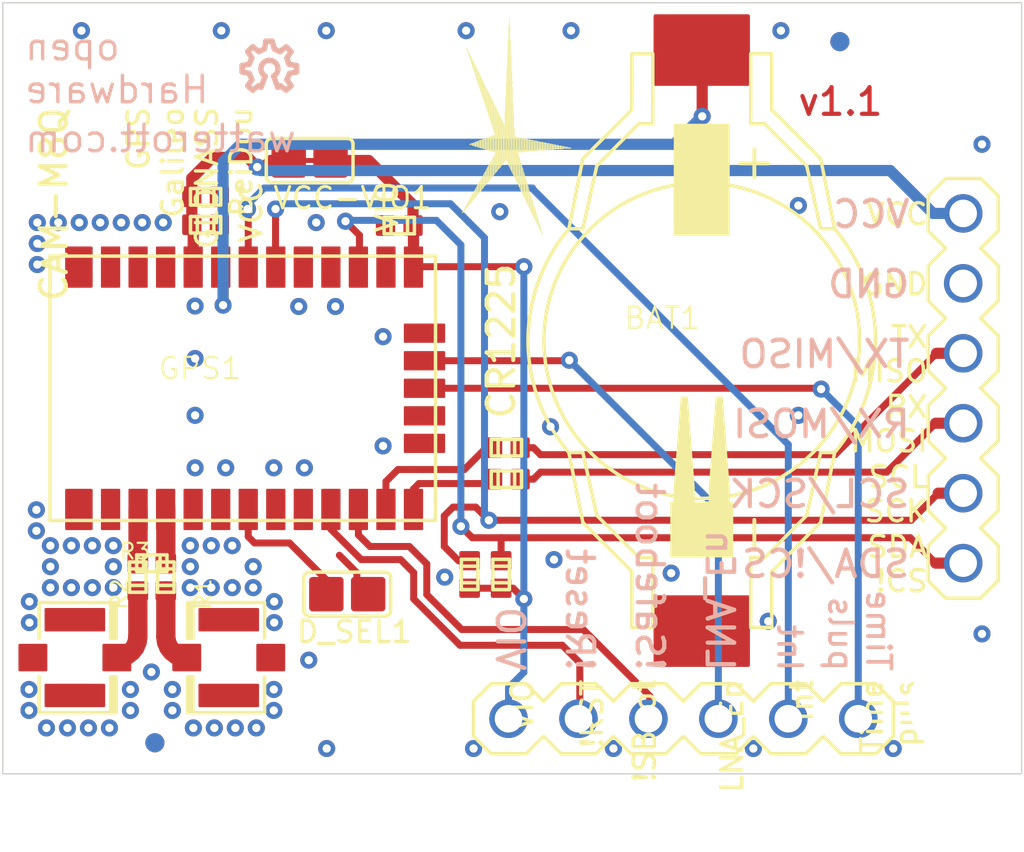
<source format=kicad_pcb>
(kicad_pcb (version 20171130) (host pcbnew 5.1.6+dfsg1-1)

  (general
    (thickness 1.6)
    (drawings 37)
    (tracks 250)
    (zones 0)
    (modules 28)
    (nets 21)
  )

  (page A4)
  (layers
    (0 Top signal)
    (31 Bottom signal)
    (32 B.Adhes user)
    (33 F.Adhes user)
    (34 B.Paste user)
    (35 F.Paste user)
    (36 B.SilkS user)
    (37 F.SilkS user)
    (38 B.Mask user)
    (39 F.Mask user)
    (40 Dwgs.User user)
    (41 Cmts.User user)
    (42 Eco1.User user)
    (43 Eco2.User user)
    (44 Edge.Cuts user)
    (45 Margin user)
    (46 B.CrtYd user)
    (47 F.CrtYd user)
    (48 B.Fab user)
    (49 F.Fab user)
  )

  (setup
    (last_trace_width 0.25)
    (trace_clearance 0.15)
    (zone_clearance 0.508)
    (zone_45_only no)
    (trace_min 0.18)
    (via_size 0.8)
    (via_drill 0.4)
    (via_min_size 0.4)
    (via_min_drill 0.3)
    (uvia_size 0.3)
    (uvia_drill 0.1)
    (uvias_allowed no)
    (uvia_min_size 0.2)
    (uvia_min_drill 0.1)
    (edge_width 0.05)
    (segment_width 0.2)
    (pcb_text_width 0.3)
    (pcb_text_size 1.5 1.5)
    (mod_edge_width 0.12)
    (mod_text_size 1 1)
    (mod_text_width 0.15)
    (pad_size 1.524 1.524)
    (pad_drill 0.762)
    (pad_to_mask_clearance 0.05)
    (aux_axis_origin 0 0)
    (visible_elements FFFFFF7F)
    (pcbplotparams
      (layerselection 0x010fc_ffffffff)
      (usegerberextensions false)
      (usegerberattributes true)
      (usegerberadvancedattributes true)
      (creategerberjobfile true)
      (excludeedgelayer true)
      (linewidth 0.100000)
      (plotframeref false)
      (viasonmask false)
      (mode 1)
      (useauxorigin false)
      (hpglpennumber 1)
      (hpglpenspeed 20)
      (hpglpendiameter 15.000000)
      (psnegative false)
      (psa4output false)
      (plotreference true)
      (plotvalue true)
      (plotinvisibletext false)
      (padsonsilk false)
      (subtractmaskfromsilk false)
      (outputformat 1)
      (mirror false)
      (drillshape 1)
      (scaleselection 1)
      (outputdirectory ""))
  )

  (net 0 "")
  (net 1 GND)
  (net 2 VCC)
  (net 3 VCCIO)
  (net 4 /SDA)
  (net 5 /SCL)
  (net 6 /RXD)
  (net 7 /TXD)
  (net 8 /TIMEPULS)
  (net 9 /EXT_INT)
  (net 10 /LNA_EN)
  (net 11 /SAFEBOOT)
  (net 12 /RESET)
  (net 13 "Net-(BAT1-Pad+)")
  (net 14 "Net-(D_SEL1-Pad1)")
  (net 15 "Net-(GPS1-Pad26)")
  (net 16 "Net-(GPS1-Pad25)")
  (net 17 "Net-(GPS1-Pad17)")
  (net 18 "Net-(GPS1-Pad16)")
  (net 19 "Net-(IN1-PadFEED)")
  (net 20 "Net-(OUT1-PadFEED)")

  (net_class Default "This is the default net class."
    (clearance 0.15)
    (trace_width 0.25)
    (via_dia 0.8)
    (via_drill 0.4)
    (uvia_dia 0.3)
    (uvia_drill 0.1)
    (add_net /EXT_INT)
    (add_net /LNA_EN)
    (add_net /RESET)
    (add_net /RXD)
    (add_net /SAFEBOOT)
    (add_net /SCL)
    (add_net /SDA)
    (add_net /TIMEPULS)
    (add_net /TXD)
    (add_net GND)
    (add_net "Net-(BAT1-Pad+)")
    (add_net "Net-(D_SEL1-Pad1)")
    (add_net "Net-(GPS1-Pad16)")
    (add_net "Net-(GPS1-Pad17)")
    (add_net "Net-(GPS1-Pad25)")
    (add_net "Net-(GPS1-Pad26)")
    (add_net "Net-(IN1-PadFEED)")
    (add_net "Net-(OUT1-PadFEED)")
    (add_net VCC)
    (add_net VCCIO)
  )

  (module "" (layer Top) (tedit 0) (tstamp 0)
    (at 144.5011 116.5036)
    (fp_text reference @HOLE0 (at 0 0) (layer F.SilkS) hide
      (effects (font (size 1.27 1.27) (thickness 0.15)))
    )
    (fp_text value "" (at 0 0) (layer F.SilkS)
      (effects (font (size 1.27 1.27) (thickness 0.15)))
    )
    (pad "" np_thru_hole circle (at 0 0) (size 3.2 3.2) (drill 3.2) (layers *.Cu *.Mask))
  )

  (module "" (layer Top) (tedit 0) (tstamp 0)
    (at 144.5011 93.5036)
    (fp_text reference @HOLE1 (at 0 0) (layer F.SilkS) hide
      (effects (font (size 1.27 1.27) (thickness 0.15)))
    )
    (fp_text value "" (at 0 0) (layer F.SilkS)
      (effects (font (size 1.27 1.27) (thickness 0.15)))
    )
    (pad "" np_thru_hole circle (at 0 0) (size 3.2 3.2) (drill 3.2) (layers *.Cu *.Mask))
  )

  (module "" (layer Top) (tedit 0) (tstamp 0)
    (at 164.5011 93.5036)
    (fp_text reference @HOLE2 (at 0 0) (layer F.SilkS) hide
      (effects (font (size 1.27 1.27) (thickness 0.15)))
    )
    (fp_text value "" (at 0 0) (layer F.SilkS)
      (effects (font (size 1.27 1.27) (thickness 0.15)))
    )
    (pad "" np_thru_hole circle (at 0 0) (size 3.2 3.2) (drill 3.2) (layers *.Cu *.Mask))
  )

  (module "" (layer Top) (tedit 0) (tstamp 0)
    (at 164.5011 116.5036)
    (fp_text reference @HOLE3 (at 0 0) (layer F.SilkS) hide
      (effects (font (size 1.27 1.27) (thickness 0.15)))
    )
    (fp_text value "" (at 0 0) (layer F.SilkS)
      (effects (font (size 1.27 1.27) (thickness 0.15)))
    )
    (pad "" np_thru_hole circle (at 0 0) (size 3.2 3.2) (drill 3.2) (layers *.Cu *.Mask))
  )

  (module CAM-M8Q-Breakout_v11:PASSER_07MM (layer Top) (tedit 0) (tstamp 5EFA5B90)
    (at 160.3991 92.4156)
    (descr 0.7mm)
    (path /753049C4)
    (fp_text reference X1 (at 0 0) (layer F.SilkS) hide
      (effects (font (size 1.27 1.27) (thickness 0.15)))
    )
    (fp_text value PASSER-07 (at 0 0) (layer F.SilkS) hide
      (effects (font (size 1.27 1.27) (thickness 0.15)))
    )
    (fp_circle (center 0 0) (end 0.3 0) (layer F.Mask) (width 0.6))
    (fp_circle (center 0 0) (end 0.6 0) (layer Dwgs.User) (width 0.127))
    (pad X smd roundrect (at 0 0) (size 0.7 0.7) (layers Top F.Mask) (roundrect_rratio 0.5)
      (solder_mask_margin 0.1))
  )

  (module CAM-M8Q-Breakout_v11:PASSER_07MM (layer Top) (tedit 0) (tstamp 5EFA5B96)
    (at 135.5251 117.8766)
    (descr 0.7mm)
    (path /DDF2E3E2)
    (fp_text reference X2 (at 0 0) (layer F.SilkS) hide
      (effects (font (size 1.27 1.27) (thickness 0.15)))
    )
    (fp_text value PASSER-07 (at 0 0) (layer F.SilkS) hide
      (effects (font (size 1.27 1.27) (thickness 0.15)))
    )
    (fp_circle (center 0 0) (end 0.3 0) (layer F.Mask) (width 0.6))
    (fp_circle (center 0 0) (end 0.6 0) (layer Dwgs.User) (width 0.127))
    (pad X smd roundrect (at 0 0) (size 0.7 0.7) (layers Top F.Mask) (roundrect_rratio 0.5)
      (solder_mask_margin 0.1))
  )

  (module CAM-M8Q-Breakout_v11:C0402 (layer Top) (tedit 0) (tstamp 5EFA5B9C)
    (at 144.4001 99.0946 90)
    (path /0AE61553)
    (fp_text reference C3 (at -1.27 0 180) (layer F.SilkS) hide
      (effects (font (size 0.77216 0.77216) (thickness 0.08128)) (justify right top))
    )
    (fp_text value 100n (at 1.27 0 180) (layer F.Fab) hide
      (effects (font (size 0.77216 0.77216) (thickness 0.08128)) (justify right top))
    )
    (fp_line (start -0.3 0.3) (end 0.3 0.3) (layer F.SilkS) (width 0.127))
    (fp_line (start -0.3 -0.3) (end 0.3 -0.3) (layer F.SilkS) (width 0.127))
    (fp_line (start -0.3 0.3) (end -0.3 0.55) (layer F.SilkS) (width 0.127))
    (fp_line (start -0.3 -0.3) (end -0.3 0.3) (layer F.SilkS) (width 0.127))
    (fp_line (start -0.3 -0.55) (end -0.3 -0.3) (layer F.SilkS) (width 0.127))
    (fp_line (start 0.3 0.3) (end 0.3 0.55) (layer F.SilkS) (width 0.127))
    (fp_line (start 0.3 -0.3) (end 0.3 0.3) (layer F.SilkS) (width 0.127))
    (fp_line (start 0.3 -0.55) (end 0.3 -0.3) (layer F.SilkS) (width 0.127))
    (fp_line (start -0.3 0.55) (end 0.3 0.55) (layer F.SilkS) (width 0.127))
    (fp_line (start -0.3 -0.55) (end 0.3 -0.55) (layer F.SilkS) (width 0.127))
    (pad 2 smd roundrect (at 0 0.5 90) (size 0.75 0.7) (layers Top F.Paste F.Mask) (roundrect_rratio 0.1)
      (net 3 VCCIO) (solder_mask_margin 0.1))
    (pad 1 smd roundrect (at 0 -0.5 90) (size 0.75 0.7) (layers Top F.Paste F.Mask) (roundrect_rratio 0.1)
      (net 1 GND) (solder_mask_margin 0.1))
  )

  (module CAM-M8Q-Breakout_v11:C0402 (layer Top) (tedit 0) (tstamp 5EFA5BAB)
    (at 137.3671 99.0646 270)
    (path /284EA6E9)
    (fp_text reference C4 (at -1.27 0) (layer F.SilkS) hide
      (effects (font (size 0.77216 0.77216) (thickness 0.08128)) (justify right top))
    )
    (fp_text value 100n (at 1.27 0) (layer F.Fab) hide
      (effects (font (size 0.77216 0.77216) (thickness 0.08128)) (justify right top))
    )
    (fp_line (start -0.3 0.3) (end 0.3 0.3) (layer F.SilkS) (width 0.127))
    (fp_line (start -0.3 -0.3) (end 0.3 -0.3) (layer F.SilkS) (width 0.127))
    (fp_line (start -0.3 0.3) (end -0.3 0.55) (layer F.SilkS) (width 0.127))
    (fp_line (start -0.3 -0.3) (end -0.3 0.3) (layer F.SilkS) (width 0.127))
    (fp_line (start -0.3 -0.55) (end -0.3 -0.3) (layer F.SilkS) (width 0.127))
    (fp_line (start 0.3 0.3) (end 0.3 0.55) (layer F.SilkS) (width 0.127))
    (fp_line (start 0.3 -0.3) (end 0.3 0.3) (layer F.SilkS) (width 0.127))
    (fp_line (start 0.3 -0.55) (end 0.3 -0.3) (layer F.SilkS) (width 0.127))
    (fp_line (start -0.3 0.55) (end 0.3 0.55) (layer F.SilkS) (width 0.127))
    (fp_line (start -0.3 -0.55) (end 0.3 -0.55) (layer F.SilkS) (width 0.127))
    (pad 2 smd roundrect (at 0 0.5 270) (size 0.75 0.7) (layers Top F.Paste F.Mask) (roundrect_rratio 0.1)
      (net 2 VCC) (solder_mask_margin 0.1))
    (pad 1 smd roundrect (at 0 -0.5 270) (size 0.75 0.7) (layers Top F.Paste F.Mask) (roundrect_rratio 0.1)
      (net 1 GND) (solder_mask_margin 0.1))
  )

  (module CAM-M8Q-Breakout_v11:PASSER_07MM (layer Bottom) (tedit 0) (tstamp 5EFA5BBA)
    (at 135.5251 117.8766 180)
    (descr 0.7mm)
    (path /03A3F618)
    (fp_text reference X3 (at 0 0 180) (layer B.SilkS) hide
      (effects (font (size 1.27 1.27) (thickness 0.15)) (justify mirror))
    )
    (fp_text value PASSER-07 (at 0 0 180) (layer B.SilkS) hide
      (effects (font (size 1.27 1.27) (thickness 0.15)) (justify mirror))
    )
    (fp_circle (center 0 0) (end 0.3 0) (layer B.Mask) (width 0.6))
    (fp_circle (center 0 0) (end 0.6 0) (layer Dwgs.User) (width 0.127))
    (pad X smd roundrect (at 0 0 180) (size 0.7 0.7) (layers Bottom B.Mask) (roundrect_rratio 0.5)
      (solder_mask_margin 0.1))
  )

  (module CAM-M8Q-Breakout_v11:PASSER_07MM (layer Bottom) (tedit 0) (tstamp 5EFA5BC0)
    (at 160.3991 92.4156 180)
    (descr 0.7mm)
    (path /16444AAD)
    (fp_text reference X4 (at 0 0 180) (layer B.SilkS) hide
      (effects (font (size 1.27 1.27) (thickness 0.15)) (justify mirror))
    )
    (fp_text value PASSER-07 (at 0 0 180) (layer B.SilkS) hide
      (effects (font (size 1.27 1.27) (thickness 0.15)) (justify mirror))
    )
    (fp_circle (center 0 0) (end 0.3 0) (layer B.Mask) (width 0.6))
    (fp_circle (center 0 0) (end 0.6 0) (layer Dwgs.User) (width 0.127))
    (pad X smd roundrect (at 0 0 180) (size 0.7 0.7) (layers Bottom B.Mask) (roundrect_rratio 0.5)
      (solder_mask_margin 0.1))
  )

  (module CAM-M8Q-Breakout_v11:BAT-SMTU1225LF (layer Top) (tedit 0) (tstamp 5EFA5BC6)
    (at 155.384684 103.271869)
    (descr "Renata SMTU1225-LF")
    (path /7B27D6FC)
    (fp_text reference BAT1 (at 0 -1.27) (layer F.SilkS)
      (effects (font (size 0.77216 0.77216) (thickness 0.08128)) (justify right top))
    )
    (fp_text value SMTU1225LF (at 0 1.27) (layer F.Fab)
      (effects (font (size 0.77216 0.77216) (thickness 0.08128)) (justify right top))
    )
    (fp_poly (pts (xy -1.016 -3.81) (xy 1.016 -3.81) (xy 1.016 -7.874) (xy -1.016 -7.874)) (layer F.SilkS) (width 0))
    (fp_poly (pts (xy -1.143 7.874) (xy 1.143 7.874) (xy 1.143 5.842) (xy -1.143 5.842)) (layer F.SilkS) (width 0))
    (fp_line (start -1.778 -7.874) (end -1.778 -10.414) (layer F.SilkS) (width 0.127))
    (fp_line (start -2.286 -7.874) (end -1.778 -7.874) (layer F.SilkS) (width 0.127))
    (fp_line (start -3.81 -6.35) (end -2.286 -7.874) (layer F.SilkS) (width 0.127))
    (fp_line (start -4.318 -4.064) (end -3.81 -6.35) (layer F.SilkS) (width 0.127))
    (fp_line (start -4.826 -4.064) (end -4.318 -4.064) (layer F.SilkS) (width 0.127))
    (fp_line (start 1.778 -7.874) (end 1.778 -10.414) (layer F.SilkS) (width 0.127))
    (fp_line (start 2.286 -7.874) (end 1.778 -7.874) (layer F.SilkS) (width 0.127))
    (fp_line (start 3.81 -6.35) (end 2.286 -7.874) (layer F.SilkS) (width 0.127))
    (fp_line (start 4.318 -4.064) (end 3.81 -6.35) (layer F.SilkS) (width 0.127))
    (fp_line (start 4.826 -4.064) (end 4.318 -4.064) (layer F.SilkS) (width 0.127))
    (fp_line (start 1.778 7.874) (end 1.778 10.414) (layer F.SilkS) (width 0.127))
    (fp_line (start 2.286 7.874) (end 1.778 7.874) (layer F.SilkS) (width 0.127))
    (fp_line (start 3.81 6.35) (end 2.286 7.874) (layer F.SilkS) (width 0.127))
    (fp_line (start 4.318 4.064) (end 3.81 6.35) (layer F.SilkS) (width 0.127))
    (fp_line (start 4.826 4.064) (end 4.318 4.064) (layer F.SilkS) (width 0.127))
    (fp_line (start -1.778 7.874) (end -1.778 10.414) (layer F.SilkS) (width 0.127))
    (fp_line (start -2.286 7.874) (end -1.778 7.874) (layer F.SilkS) (width 0.127))
    (fp_line (start -3.81 6.35) (end -2.286 7.874) (layer F.SilkS) (width 0.127))
    (fp_line (start -4.318 4.064) (end -3.81 6.35) (layer F.SilkS) (width 0.127))
    (fp_line (start -4.826 4.064) (end -4.318 4.064) (layer F.SilkS) (width 0.127))
    (fp_text user - (at 1.016 6.096 90) (layer F.SilkS)
      (effects (font (size 1.35128 1.35128) (thickness 0.14224)) (justify right top))
    )
    (fp_text user + (at 1.016 -7.366 90) (layer F.SilkS)
      (effects (font (size 1.35128 1.35128) (thickness 0.14224)) (justify right top))
    )
    (fp_poly (pts (xy -0.508 2.032) (xy -0.254 5.334) (xy -0.254 5.842) (xy -1.016 5.842)
      (xy -1.016 5.334) (xy -0.762 2.032)) (layer F.SilkS) (width 0))
    (fp_poly (pts (xy 0.762 2.032) (xy 1.016 5.334) (xy 1.016 5.842) (xy 0.254 5.842)
      (xy 0.254 5.334) (xy 0.508 2.032)) (layer F.SilkS) (width 0))
    (fp_circle (center 0 0) (end 5.7305 0) (layer F.SilkS) (width 0.127))
    (fp_arc (start 0 0) (end -4.826 4.064) (angle 80.201815) (layer F.SilkS) (width 0.127))
    (fp_line (start -4.318 -6.604) (end -4.826 -4.064) (layer F.SilkS) (width 0.127))
    (fp_line (start -4.318 6.604) (end -4.826 4.064) (layer F.SilkS) (width 0.127))
    (fp_line (start -2.54 -8.382) (end -4.318 -6.604) (layer F.SilkS) (width 0.127))
    (fp_line (start -2.54 -10.414) (end -2.54 -8.382) (layer F.SilkS) (width 0.127))
    (fp_line (start -1.778 -10.414) (end -2.54 -10.414) (layer F.SilkS) (width 0.127))
    (fp_line (start -2.54 8.382) (end -4.318 6.604) (layer F.SilkS) (width 0.127))
    (fp_line (start -2.54 10.414) (end -2.54 8.382) (layer F.SilkS) (width 0.127))
    (fp_line (start -1.778 10.414) (end -2.54 10.414) (layer F.SilkS) (width 0.127))
    (fp_arc (start 0 0) (end 4.826 -4.064) (angle 80.201815) (layer F.SilkS) (width 0.127))
    (fp_line (start 4.318 6.604) (end 4.826 4.064) (layer F.SilkS) (width 0.127))
    (fp_line (start 4.318 -6.604) (end 4.826 -4.064) (layer F.SilkS) (width 0.127))
    (fp_line (start 2.54 8.382) (end 4.318 6.604) (layer F.SilkS) (width 0.127))
    (fp_line (start 2.54 10.414) (end 2.54 8.382) (layer F.SilkS) (width 0.127))
    (fp_line (start 1.778 10.414) (end 2.54 10.414) (layer F.SilkS) (width 0.127))
    (fp_line (start 2.54 -8.382) (end 4.318 -6.604) (layer F.SilkS) (width 0.127))
    (fp_line (start 2.54 -10.414) (end 2.54 -8.382) (layer F.SilkS) (width 0.127))
    (fp_line (start 1.778 -10.414) (end 2.54 -10.414) (layer F.SilkS) (width 0.127))
    (pad - smd roundrect (at 0 10.55 270) (size 2.6 3.5) (layers Top F.Paste F.Mask) (roundrect_rratio 0.025)
      (net 1 GND) (solder_mask_margin 0.1))
    (pad + smd roundrect (at 0 -10.55 270) (size 2.6 3.5) (layers Top F.Paste F.Mask) (roundrect_rratio 0.025)
      (net 13 "Net-(BAT1-Pad+)") (solder_mask_margin 0.1))
  )

  (module CAM-M8Q-Breakout_v11:JUMPER2-0603_NC (layer Top) (tedit 0) (tstamp 5EFA5BF8)
    (at 142.51085 112.47935 90)
    (descr "Jumper without cream")
    (path /AA276B69)
    (fp_text reference D_SEL1 (at -1.36525 0.254) (layer F.SilkS)
      (effects (font (size 0.77216 0.77216) (thickness 0.115824)))
    )
    (fp_text value JUMPER2-0603-NC (at 0 0 90) (layer F.SilkS) hide
      (effects (font (size 1.27 1.27) (thickness 0.15)))
    )
    (fp_poly (pts (xy -0.725 0.1) (xy 0.725 0.1) (xy 0.725 -0.1) (xy -0.725 -0.1)) (layer F.Mask) (width 0))
    (fp_arc (start 0 0.254) (end 0.127 0.254) (angle 180) (layer F.Fab) (width 1))
    (fp_arc (start 0 -0.254) (end -0.127 -0.254) (angle 180) (layer F.Fab) (width 1))
    (fp_line (start 0 -0.8) (end 0 -1.5) (layer F.Fab) (width 0.127))
    (fp_line (start 0 0.8) (end 0 1.5) (layer F.Fab) (width 0.127))
    (fp_line (start 0.8 -1.375) (end 0.8 1.375) (layer F.SilkS) (width 0.127))
    (fp_line (start -0.6 -1.575) (end 0.6 -1.575) (layer F.SilkS) (width 0.127))
    (fp_line (start -0.6 1.575) (end 0.6 1.575) (layer F.SilkS) (width 0.127))
    (fp_arc (start -0.6 1.375) (end -0.8 1.375) (angle -90) (layer F.SilkS) (width 0.127))
    (fp_arc (start -0.6 -1.375) (end -0.6 -1.575) (angle -90) (layer F.SilkS) (width 0.127))
    (fp_arc (start 0.6 -1.375) (end 0.6 -1.575) (angle 90) (layer F.SilkS) (width 0.127))
    (fp_arc (start 0.6 1.375) (end 0.8 1.375) (angle 90) (layer F.SilkS) (width 0.127))
    (fp_line (start -0.8 1.375) (end -0.8 -1.375) (layer F.SilkS) (width 0.127))
    (pad 2 smd roundrect (at 0 0.76 90) (size 1.25 1.25) (layers Top F.Mask) (roundrect_rratio 0.1)
      (net 1 GND) (solder_mask_margin 0.1))
    (pad 1 smd roundrect (at 0 -0.76 90) (size 1.25 1.25) (layers Top F.Mask) (roundrect_rratio 0.1)
      (net 14 "Net-(D_SEL1-Pad1)") (solder_mask_margin 0.1))
  )

  (module CAM-M8Q-Breakout_v11:MA06-1 (layer Top) (tedit 0) (tstamp 5EFA5C0A)
    (at 164.8781 105.0036)
    (path /F2D55355)
    (fp_text reference J2 (at -1.905 0 90) (layer F.SilkS) hide
      (effects (font (size 0.77216 0.77216) (thickness 0.08128)) (justify right top))
    )
    (fp_text value MA06-1 (at 0 0) (layer F.SilkS) hide
      (effects (font (size 1.27 1.27) (thickness 0.15)))
    )
    (fp_line (start 0.635 7.62) (end -0.635 7.62) (layer F.SilkS) (width 0.127))
    (fp_line (start -1.27 5.715) (end -0.635 5.08) (layer F.SilkS) (width 0.127))
    (fp_line (start -1.27 6.985) (end -1.27 5.715) (layer F.SilkS) (width 0.127))
    (fp_line (start -0.635 7.62) (end -1.27 6.985) (layer F.SilkS) (width 0.127))
    (fp_line (start 1.27 6.985) (end 0.635 7.62) (layer F.SilkS) (width 0.127))
    (fp_line (start 1.27 5.715) (end 1.27 6.985) (layer F.SilkS) (width 0.127))
    (fp_line (start 0.635 5.08) (end 1.27 5.715) (layer F.SilkS) (width 0.127))
    (fp_line (start -1.27 1.905) (end -1.27 0.635) (layer F.SilkS) (width 0.127))
    (fp_line (start -0.635 0) (end -1.27 0.635) (layer F.SilkS) (width 0.127))
    (fp_line (start 1.27 0.635) (end 0.635 0) (layer F.SilkS) (width 0.127))
    (fp_line (start -1.27 3.175) (end -0.635 2.54) (layer F.SilkS) (width 0.127))
    (fp_line (start -1.27 4.445) (end -1.27 3.175) (layer F.SilkS) (width 0.127))
    (fp_line (start -0.635 5.08) (end -1.27 4.445) (layer F.SilkS) (width 0.127))
    (fp_line (start 1.27 4.445) (end 0.635 5.08) (layer F.SilkS) (width 0.127))
    (fp_line (start 1.27 3.175) (end 1.27 4.445) (layer F.SilkS) (width 0.127))
    (fp_line (start 0.635 2.54) (end 1.27 3.175) (layer F.SilkS) (width 0.127))
    (fp_line (start -0.635 2.54) (end -1.27 1.905) (layer F.SilkS) (width 0.127))
    (fp_line (start 1.27 1.905) (end 0.635 2.54) (layer F.SilkS) (width 0.127))
    (fp_line (start 1.27 0.635) (end 1.27 1.905) (layer F.SilkS) (width 0.127))
    (fp_line (start -1.27 -1.905) (end -0.635 -2.54) (layer F.SilkS) (width 0.127))
    (fp_line (start -1.27 -0.635) (end -1.27 -1.905) (layer F.SilkS) (width 0.127))
    (fp_line (start -0.635 0) (end -1.27 -0.635) (layer F.SilkS) (width 0.127))
    (fp_line (start 1.27 -0.635) (end 0.635 0) (layer F.SilkS) (width 0.127))
    (fp_line (start 1.27 -1.905) (end 1.27 -0.635) (layer F.SilkS) (width 0.127))
    (fp_line (start 0.635 -2.54) (end 1.27 -1.905) (layer F.SilkS) (width 0.127))
    (fp_line (start -1.27 -5.715) (end -1.27 -6.985) (layer F.SilkS) (width 0.127))
    (fp_line (start -0.635 -7.62) (end -1.27 -6.985) (layer F.SilkS) (width 0.127))
    (fp_line (start 1.27 -6.985) (end 0.635 -7.62) (layer F.SilkS) (width 0.127))
    (fp_line (start 0.635 -7.62) (end -0.635 -7.62) (layer F.SilkS) (width 0.127))
    (fp_line (start -1.27 -4.445) (end -0.635 -5.08) (layer F.SilkS) (width 0.127))
    (fp_line (start -1.27 -3.175) (end -1.27 -4.445) (layer F.SilkS) (width 0.127))
    (fp_line (start -0.635 -2.54) (end -1.27 -3.175) (layer F.SilkS) (width 0.127))
    (fp_line (start 1.27 -3.175) (end 0.635 -2.54) (layer F.SilkS) (width 0.127))
    (fp_line (start 1.27 -4.445) (end 1.27 -3.175) (layer F.SilkS) (width 0.127))
    (fp_line (start 0.635 -5.08) (end 1.27 -4.445) (layer F.SilkS) (width 0.127))
    (fp_line (start -0.635 -5.08) (end -1.27 -5.715) (layer F.SilkS) (width 0.127))
    (fp_line (start 1.27 -5.715) (end 0.635 -5.08) (layer F.SilkS) (width 0.127))
    (fp_line (start 1.27 -6.985) (end 1.27 -5.715) (layer F.SilkS) (width 0.127))
    (pad 6 thru_hole circle (at 0 6.35) (size 1.4 1.4) (drill 1) (layers *.Cu *.Mask)
      (net 4 /SDA) (solder_mask_margin 0.1))
    (pad 5 thru_hole circle (at 0 3.81) (size 1.4 1.4) (drill 1) (layers *.Cu *.Mask)
      (net 5 /SCL) (solder_mask_margin 0.1))
    (pad 4 thru_hole circle (at 0 1.27) (size 1.4 1.4) (drill 1) (layers *.Cu *.Mask)
      (net 6 /RXD) (solder_mask_margin 0.1))
    (pad 3 thru_hole circle (at 0 -1.27) (size 1.4 1.4) (drill 1) (layers *.Cu *.Mask)
      (net 7 /TXD) (solder_mask_margin 0.1))
    (pad 2 thru_hole circle (at 0 -3.81) (size 1.4 1.4) (drill 1) (layers *.Cu *.Mask)
      (net 1 GND) (solder_mask_margin 0.1))
    (pad 1 thru_hole circle (at 0 -6.35) (size 1.4 1.4) (drill 1) (layers *.Cu *.Mask)
      (net 2 VCC) (solder_mask_margin 0.1))
  )

  (module CAM-M8Q-Breakout_v11:MA06-1 (layer Top) (tedit 0) (tstamp 5EFA5C39)
    (at 154.7181 117.0036 90)
    (path /D6A0AFFD)
    (fp_text reference J3 (at -1.905 0 180) (layer F.SilkS) hide
      (effects (font (size 0.77216 0.77216) (thickness 0.08128)) (justify right top))
    )
    (fp_text value MA06-1 (at 0 0 90) (layer F.SilkS) hide
      (effects (font (size 1.27 1.27) (thickness 0.15)))
    )
    (fp_line (start 0.635 7.62) (end -0.635 7.62) (layer F.SilkS) (width 0.127))
    (fp_line (start -1.27 5.715) (end -0.635 5.08) (layer F.SilkS) (width 0.127))
    (fp_line (start -1.27 6.985) (end -1.27 5.715) (layer F.SilkS) (width 0.127))
    (fp_line (start -0.635 7.62) (end -1.27 6.985) (layer F.SilkS) (width 0.127))
    (fp_line (start 1.27 6.985) (end 0.635 7.62) (layer F.SilkS) (width 0.127))
    (fp_line (start 1.27 5.715) (end 1.27 6.985) (layer F.SilkS) (width 0.127))
    (fp_line (start 0.635 5.08) (end 1.27 5.715) (layer F.SilkS) (width 0.127))
    (fp_line (start -1.27 1.905) (end -1.27 0.635) (layer F.SilkS) (width 0.127))
    (fp_line (start -0.635 0) (end -1.27 0.635) (layer F.SilkS) (width 0.127))
    (fp_line (start 1.27 0.635) (end 0.635 0) (layer F.SilkS) (width 0.127))
    (fp_line (start -1.27 3.175) (end -0.635 2.54) (layer F.SilkS) (width 0.127))
    (fp_line (start -1.27 4.445) (end -1.27 3.175) (layer F.SilkS) (width 0.127))
    (fp_line (start -0.635 5.08) (end -1.27 4.445) (layer F.SilkS) (width 0.127))
    (fp_line (start 1.27 4.445) (end 0.635 5.08) (layer F.SilkS) (width 0.127))
    (fp_line (start 1.27 3.175) (end 1.27 4.445) (layer F.SilkS) (width 0.127))
    (fp_line (start 0.635 2.54) (end 1.27 3.175) (layer F.SilkS) (width 0.127))
    (fp_line (start -0.635 2.54) (end -1.27 1.905) (layer F.SilkS) (width 0.127))
    (fp_line (start 1.27 1.905) (end 0.635 2.54) (layer F.SilkS) (width 0.127))
    (fp_line (start 1.27 0.635) (end 1.27 1.905) (layer F.SilkS) (width 0.127))
    (fp_line (start -1.27 -1.905) (end -0.635 -2.54) (layer F.SilkS) (width 0.127))
    (fp_line (start -1.27 -0.635) (end -1.27 -1.905) (layer F.SilkS) (width 0.127))
    (fp_line (start -0.635 0) (end -1.27 -0.635) (layer F.SilkS) (width 0.127))
    (fp_line (start 1.27 -0.635) (end 0.635 0) (layer F.SilkS) (width 0.127))
    (fp_line (start 1.27 -1.905) (end 1.27 -0.635) (layer F.SilkS) (width 0.127))
    (fp_line (start 0.635 -2.54) (end 1.27 -1.905) (layer F.SilkS) (width 0.127))
    (fp_line (start -1.27 -5.715) (end -1.27 -6.985) (layer F.SilkS) (width 0.127))
    (fp_line (start -0.635 -7.62) (end -1.27 -6.985) (layer F.SilkS) (width 0.127))
    (fp_line (start 1.27 -6.985) (end 0.635 -7.62) (layer F.SilkS) (width 0.127))
    (fp_line (start 0.635 -7.62) (end -0.635 -7.62) (layer F.SilkS) (width 0.127))
    (fp_line (start -1.27 -4.445) (end -0.635 -5.08) (layer F.SilkS) (width 0.127))
    (fp_line (start -1.27 -3.175) (end -1.27 -4.445) (layer F.SilkS) (width 0.127))
    (fp_line (start -0.635 -2.54) (end -1.27 -3.175) (layer F.SilkS) (width 0.127))
    (fp_line (start 1.27 -3.175) (end 0.635 -2.54) (layer F.SilkS) (width 0.127))
    (fp_line (start 1.27 -4.445) (end 1.27 -3.175) (layer F.SilkS) (width 0.127))
    (fp_line (start 0.635 -5.08) (end 1.27 -4.445) (layer F.SilkS) (width 0.127))
    (fp_line (start -0.635 -5.08) (end -1.27 -5.715) (layer F.SilkS) (width 0.127))
    (fp_line (start 1.27 -5.715) (end 0.635 -5.08) (layer F.SilkS) (width 0.127))
    (fp_line (start 1.27 -6.985) (end 1.27 -5.715) (layer F.SilkS) (width 0.127))
    (pad 6 thru_hole circle (at 0 6.35 90) (size 1.4 1.4) (drill 1) (layers *.Cu *.Mask)
      (net 8 /TIMEPULS) (solder_mask_margin 0.1))
    (pad 5 thru_hole circle (at 0 3.81 90) (size 1.4 1.4) (drill 1) (layers *.Cu *.Mask)
      (net 9 /EXT_INT) (solder_mask_margin 0.1))
    (pad 4 thru_hole circle (at 0 1.27 90) (size 1.4 1.4) (drill 1) (layers *.Cu *.Mask)
      (net 10 /LNA_EN) (solder_mask_margin 0.1))
    (pad 3 thru_hole circle (at 0 -1.27 90) (size 1.4 1.4) (drill 1) (layers *.Cu *.Mask)
      (net 11 /SAFEBOOT) (solder_mask_margin 0.1))
    (pad 2 thru_hole circle (at 0 -3.81 90) (size 1.4 1.4) (drill 1) (layers *.Cu *.Mask)
      (net 12 /RESET) (solder_mask_margin 0.1))
    (pad 1 thru_hole circle (at 0 -6.35 90) (size 1.4 1.4) (drill 1) (layers *.Cu *.Mask)
      (net 3 VCCIO) (solder_mask_margin 0.1))
  )

  (module CAM-M8Q-Breakout_v11:JUMPER2-0603_NC (layer Top) (tedit 0) (tstamp 5EFA5C68)
    (at 141.1456 96.73135 90)
    (descr "Jumper without cream")
    (path /AB3DC9FE)
    (fp_text reference VCC-VIO1 (at -1.3645 1.55525) (layer F.SilkS)
      (effects (font (size 0.77216 0.77216) (thickness 0.108102)))
    )
    (fp_text value JUMPER2-0603-NC (at 0 0 90) (layer F.SilkS) hide
      (effects (font (size 1.27 1.27) (thickness 0.15)))
    )
    (fp_poly (pts (xy -0.725 0.1) (xy 0.725 0.1) (xy 0.725 -0.1) (xy -0.725 -0.1)) (layer F.Mask) (width 0))
    (fp_arc (start 0 0.254) (end 0.127 0.254) (angle 180) (layer F.Fab) (width 1))
    (fp_arc (start 0 -0.254) (end -0.127 -0.254) (angle 180) (layer F.Fab) (width 1))
    (fp_line (start 0 -0.8) (end 0 -1.5) (layer F.Fab) (width 0.127))
    (fp_line (start 0 0.8) (end 0 1.5) (layer F.Fab) (width 0.127))
    (fp_line (start 0.8 -1.375) (end 0.8 1.375) (layer F.SilkS) (width 0.127))
    (fp_line (start -0.6 -1.575) (end 0.6 -1.575) (layer F.SilkS) (width 0.127))
    (fp_line (start -0.6 1.575) (end 0.6 1.575) (layer F.SilkS) (width 0.127))
    (fp_arc (start -0.6 1.375) (end -0.8 1.375) (angle -90) (layer F.SilkS) (width 0.127))
    (fp_arc (start -0.6 -1.375) (end -0.6 -1.575) (angle -90) (layer F.SilkS) (width 0.127))
    (fp_arc (start 0.6 -1.375) (end 0.6 -1.575) (angle 90) (layer F.SilkS) (width 0.127))
    (fp_arc (start 0.6 1.375) (end 0.8 1.375) (angle 90) (layer F.SilkS) (width 0.127))
    (fp_line (start -0.8 1.375) (end -0.8 -1.375) (layer F.SilkS) (width 0.127))
    (pad 2 smd roundrect (at 0 0.76 90) (size 1.25 1.25) (layers Top F.Mask) (roundrect_rratio 0.1)
      (net 3 VCCIO) (solder_mask_margin 0.1))
    (pad 1 smd roundrect (at 0 -0.76 90) (size 1.25 1.25) (layers Top F.Mask) (roundrect_rratio 0.1)
      (net 2 VCC) (solder_mask_margin 0.1))
  )

  (module CAM-M8Q-Breakout_v11:C0402 (layer Top) (tedit 0) (tstamp 5EFA5C7A)
    (at 137.3671 98.0486 270)
    (path /B742DA90)
    (fp_text reference C1 (at -1.27 0) (layer F.SilkS) hide
      (effects (font (size 0.77216 0.77216) (thickness 0.08128)) (justify right top))
    )
    (fp_text value 4u7 (at 1.27 0) (layer F.Fab)
      (effects (font (size 0.77216 0.77216) (thickness 0.077216)) (justify right top))
    )
    (fp_line (start -0.3 0.3) (end 0.3 0.3) (layer F.SilkS) (width 0.127))
    (fp_line (start -0.3 -0.3) (end 0.3 -0.3) (layer F.SilkS) (width 0.127))
    (fp_line (start -0.3 0.3) (end -0.3 0.55) (layer F.SilkS) (width 0.127))
    (fp_line (start -0.3 -0.3) (end -0.3 0.3) (layer F.SilkS) (width 0.127))
    (fp_line (start -0.3 -0.55) (end -0.3 -0.3) (layer F.SilkS) (width 0.127))
    (fp_line (start 0.3 0.3) (end 0.3 0.55) (layer F.SilkS) (width 0.127))
    (fp_line (start 0.3 -0.3) (end 0.3 0.3) (layer F.SilkS) (width 0.127))
    (fp_line (start 0.3 -0.55) (end 0.3 -0.3) (layer F.SilkS) (width 0.127))
    (fp_line (start -0.3 0.55) (end 0.3 0.55) (layer F.SilkS) (width 0.127))
    (fp_line (start -0.3 -0.55) (end 0.3 -0.55) (layer F.SilkS) (width 0.127))
    (pad 2 smd roundrect (at 0 0.5 270) (size 0.75 0.7) (layers Top F.Paste F.Mask) (roundrect_rratio 0.1)
      (net 2 VCC) (solder_mask_margin 0.1))
    (pad 1 smd roundrect (at 0 -0.5 270) (size 0.75 0.7) (layers Top F.Paste F.Mask) (roundrect_rratio 0.1)
      (net 1 GND) (solder_mask_margin 0.1))
  )

  (module CAM-M8Q-Breakout_v11:CAM-M8Q (layer Top) (tedit 0) (tstamp 5EFA5C89)
    (at 138.7161 105.0036 180)
    (path /6336A887)
    (fp_text reference GPS1 (at 0 1.175) (layer F.SilkS)
      (effects (font (size 0.77216 0.77216) (thickness 0.077216)) (justify right top))
    )
    (fp_text value CAM-M8Q (at 0 -1.175) (layer F.Fab)
      (effects (font (size 0.77216 0.77216) (thickness 0.077216)) (justify right top))
    )
    (fp_poly (pts (xy 2.2 3.5) (xy 7 3.5) (xy 7 -3.5) (xy 2.2 -3.5)) (layer Dwgs.User) (width 0))
    (fp_poly (pts (xy 2.2 3.6) (xy 7 3.6) (xy 7 -3.6) (xy 2.2 -3.6)) (layer Dwgs.User) (width 0))
    (fp_poly (pts (xy 2.2 3.6) (xy 7 3.6) (xy 7 -3.6) (xy 2.2 -3.6)) (layer Dwgs.User) (width 0))
    (fp_poly (pts (xy 2.2 3.5) (xy 7 3.5) (xy 7 -3.5) (xy 2.2 -3.5)) (layer Dwgs.User) (width 0))
    (fp_line (start -7 4.8) (end 7 4.8) (layer F.SilkS) (width 0.127))
    (fp_line (start -7 -4.8) (end -7 4.8) (layer F.SilkS) (width 0.127))
    (fp_line (start 7 -4.8) (end -7 -4.8) (layer F.SilkS) (width 0.127))
    (fp_line (start 7 4.8) (end 7 -4.8) (layer F.SilkS) (width 0.127))
    (pad 31 smd roundrect (at -6.6 2) (size 1.5 0.7) (layers Top F.Paste F.Mask) (roundrect_rratio 0.05)
      (net 1 GND) (solder_mask_margin 0.1))
    (pad 30 smd roundrect (at -6.6 1) (size 1.5 0.7) (layers Top F.Paste F.Mask) (roundrect_rratio 0.05)
      (net 10 /LNA_EN) (solder_mask_margin 0.1))
    (pad 27 smd roundrect (at -6.6 -2) (size 1.5 0.7) (layers Top F.Paste F.Mask) (roundrect_rratio 0.05)
      (net 1 GND) (solder_mask_margin 0.1))
    (pad 28 smd roundrect (at -6.6 -1) (size 1.5 0.7) (layers Top F.Paste F.Mask) (roundrect_rratio 0.05)
      (solder_mask_margin 0.1))
    (pad 29 smd roundrect (at -6.6 0) (size 1.5 0.7) (layers Top F.Paste F.Mask) (roundrect_rratio 0.05)
      (net 8 /TIMEPULS) (solder_mask_margin 0.1))
    (pad 26 smd roundrect (at -6.2 -4.4 270) (size 1.5 0.7) (layers Top F.Paste F.Mask) (roundrect_rratio 0.05)
      (net 15 "Net-(GPS1-Pad26)") (solder_mask_margin 0.1))
    (pad 25 smd roundrect (at -5.2 -4.4 270) (size 1.5 0.7) (layers Top F.Paste F.Mask) (roundrect_rratio 0.05)
      (net 16 "Net-(GPS1-Pad25)") (solder_mask_margin 0.1))
    (pad 24 smd roundrect (at -4.2 -4.4 270) (size 1.5 0.7) (layers Top F.Paste F.Mask) (roundrect_rratio 0.05)
      (net 11 /SAFEBOOT) (solder_mask_margin 0.1))
    (pad 23 smd roundrect (at -3.2 -4.4 270) (size 1.5 0.7) (layers Top F.Paste F.Mask) (roundrect_rratio 0.05)
      (net 12 /RESET) (solder_mask_margin 0.1))
    (pad 22 smd roundrect (at -2.2 -4.4 270) (size 1.5 0.7) (layers Top F.Paste F.Mask) (roundrect_rratio 0.05)
      (net 1 GND) (solder_mask_margin 0.1))
    (pad 21 smd roundrect (at -1.2 -4.4 270) (size 1.5 0.7) (layers Top F.Paste F.Mask) (roundrect_rratio 0.05)
      (net 1 GND) (solder_mask_margin 0.1))
    (pad 20 smd roundrect (at -0.2 -4.4 270) (size 1.5 0.7) (layers Top F.Paste F.Mask) (roundrect_rratio 0.05)
      (net 14 "Net-(D_SEL1-Pad1)") (solder_mask_margin 0.1))
    (pad 19 smd roundrect (at 0.8 -4.4 270) (size 1.5 0.7) (layers Top F.Paste F.Mask) (roundrect_rratio 0.05)
      (net 1 GND) (solder_mask_margin 0.1))
    (pad 18 smd roundrect (at 1.8 -4.4 270) (size 1.5 0.7) (layers Top F.Paste F.Mask) (roundrect_rratio 0.05)
      (net 1 GND) (solder_mask_margin 0.1))
    (pad 17 smd roundrect (at 2.8 -4.4 270) (size 1.5 0.7) (layers Top F.Paste F.Mask) (roundrect_rratio 0.05)
      (net 17 "Net-(GPS1-Pad17)") (solder_mask_margin 0.1))
    (pad 16 smd roundrect (at 3.8 -4.4 270) (size 1.5 0.7) (layers Top F.Paste F.Mask) (roundrect_rratio 0.05)
      (net 18 "Net-(GPS1-Pad16)") (solder_mask_margin 0.1))
    (pad 15 smd roundrect (at 4.8 -4.4 270) (size 1.5 0.7) (layers Top F.Paste F.Mask) (roundrect_rratio 0.05)
      (net 1 GND) (solder_mask_margin 0.1))
    (pad 14 smd roundrect (at 5.95 -4.4 270) (size 1.5 1) (layers Top F.Paste F.Mask) (roundrect_rratio 0.05)
      (net 1 GND) (solder_mask_margin 0.1))
    (pad 13 smd roundrect (at 5.95 4.4 270) (size 1.5 1) (layers Top F.Paste F.Mask) (roundrect_rratio 0.05)
      (net 1 GND) (solder_mask_margin 0.1))
    (pad 12 smd roundrect (at 4.8 4.4 270) (size 1.5 0.7) (layers Top F.Paste F.Mask) (roundrect_rratio 0.05)
      (net 1 GND) (solder_mask_margin 0.1))
    (pad 11 smd roundrect (at 3.8 4.4 270) (size 1.5 0.7) (layers Top F.Paste F.Mask) (roundrect_rratio 0.05)
      (net 1 GND) (solder_mask_margin 0.1))
    (pad 10 smd roundrect (at 2.8 4.4 270) (size 1.5 0.7) (layers Top F.Paste F.Mask) (roundrect_rratio 0.05)
      (net 1 GND) (solder_mask_margin 0.1))
    (pad 9 smd roundrect (at 1.8 4.4 270) (size 1.5 0.7) (layers Top F.Paste F.Mask) (roundrect_rratio 0.05)
      (net 2 VCC) (solder_mask_margin 0.1))
    (pad 8 smd roundrect (at 0.8 4.4 270) (size 1.5 0.7) (layers Top F.Paste F.Mask) (roundrect_rratio 0.05)
      (net 13 "Net-(BAT1-Pad+)") (solder_mask_margin 0.1))
    (pad 7 smd roundrect (at -0.2 4.4 270) (size 1.5 0.7) (layers Top F.Paste F.Mask) (roundrect_rratio 0.05)
      (net 9 /EXT_INT) (solder_mask_margin 0.1))
    (pad 6 smd roundrect (at -1.2 4.4 270) (size 1.5 0.7) (layers Top F.Paste F.Mask) (roundrect_rratio 0.05)
      (net 5 /SCL) (solder_mask_margin 0.1))
    (pad 5 smd roundrect (at -2.2 4.4 270) (size 1.5 0.7) (layers Top F.Paste F.Mask) (roundrect_rratio 0.05)
      (net 1 GND) (solder_mask_margin 0.1))
    (pad 4 smd roundrect (at -3.2 4.4 270) (size 1.5 0.7) (layers Top F.Paste F.Mask) (roundrect_rratio 0.05)
      (net 1 GND) (solder_mask_margin 0.1))
    (pad 3 smd roundrect (at -4.2 4.4 270) (size 1.5 0.7) (layers Top F.Paste F.Mask) (roundrect_rratio 0.05)
      (net 4 /SDA) (solder_mask_margin 0.1))
    (pad 2 smd roundrect (at -5.2 4.4 270) (size 1.5 0.7) (layers Top F.Paste F.Mask) (roundrect_rratio 0.05)
      (solder_mask_margin 0.1))
    (pad 1 smd roundrect (at -6.2 4.4 270) (size 1.5 0.7) (layers Top F.Paste F.Mask) (roundrect_rratio 0.05)
      (net 3 VCCIO) (solder_mask_margin 0.1))
  )

  (module CAM-M8Q-Breakout_v11:C0402 (layer Top) (tedit 0) (tstamp 5EFA5CB3)
    (at 135.9221 111.8616 180)
    (path /0BE11211)
    (fp_text reference R1 (at -1.016 0 90) (layer F.SilkS)
      (effects (font (size 0.57912 0.57912) (thickness 0.081076)) (justify right top))
    )
    (fp_text value nc (at 1.27 0 90) (layer F.Fab)
      (effects (font (size 0.77216 0.77216) (thickness 0.077216)) (justify right top))
    )
    (fp_line (start -0.3 0.3) (end 0.3 0.3) (layer F.SilkS) (width 0.127))
    (fp_line (start -0.3 -0.3) (end 0.3 -0.3) (layer F.SilkS) (width 0.127))
    (fp_line (start -0.3 0.3) (end -0.3 0.55) (layer F.SilkS) (width 0.127))
    (fp_line (start -0.3 -0.3) (end -0.3 0.3) (layer F.SilkS) (width 0.127))
    (fp_line (start -0.3 -0.55) (end -0.3 -0.3) (layer F.SilkS) (width 0.127))
    (fp_line (start 0.3 0.3) (end 0.3 0.55) (layer F.SilkS) (width 0.127))
    (fp_line (start 0.3 -0.3) (end 0.3 0.3) (layer F.SilkS) (width 0.127))
    (fp_line (start 0.3 -0.55) (end 0.3 -0.3) (layer F.SilkS) (width 0.127))
    (fp_line (start -0.3 0.55) (end 0.3 0.55) (layer F.SilkS) (width 0.127))
    (fp_line (start -0.3 -0.55) (end 0.3 -0.55) (layer F.SilkS) (width 0.127))
    (pad 2 smd roundrect (at 0 0.5 180) (size 0.75 0.7) (layers Top F.Paste F.Mask) (roundrect_rratio 0.1)
      (net 17 "Net-(GPS1-Pad17)") (solder_mask_margin 0.1))
    (pad 1 smd roundrect (at 0 -0.5 180) (size 0.75 0.7) (layers Top F.Paste F.Mask) (roundrect_rratio 0.1)
      (net 19 "Net-(IN1-PadFEED)") (solder_mask_margin 0.1))
  )

  (module CAM-M8Q-Breakout_v11:C0402 (layer Top) (tedit 0) (tstamp 5EFA5CC2)
    (at 134.9061 111.8616 180)
    (path /33E72084)
    (fp_text reference R2 (at 1.016 0 90) (layer F.SilkS)
      (effects (font (size 0.57912 0.57912) (thickness 0.081076)) (justify right top))
    )
    (fp_text value nc (at 1.27 0 90) (layer F.Fab)
      (effects (font (size 0.77216 0.77216) (thickness 0.077216)) (justify right top))
    )
    (fp_line (start -0.3 0.3) (end 0.3 0.3) (layer F.SilkS) (width 0.127))
    (fp_line (start -0.3 -0.3) (end 0.3 -0.3) (layer F.SilkS) (width 0.127))
    (fp_line (start -0.3 0.3) (end -0.3 0.55) (layer F.SilkS) (width 0.127))
    (fp_line (start -0.3 -0.3) (end -0.3 0.3) (layer F.SilkS) (width 0.127))
    (fp_line (start -0.3 -0.55) (end -0.3 -0.3) (layer F.SilkS) (width 0.127))
    (fp_line (start 0.3 0.3) (end 0.3 0.55) (layer F.SilkS) (width 0.127))
    (fp_line (start 0.3 -0.3) (end 0.3 0.3) (layer F.SilkS) (width 0.127))
    (fp_line (start 0.3 -0.55) (end 0.3 -0.3) (layer F.SilkS) (width 0.127))
    (fp_line (start -0.3 0.55) (end 0.3 0.55) (layer F.SilkS) (width 0.127))
    (fp_line (start -0.3 -0.55) (end 0.3 -0.55) (layer F.SilkS) (width 0.127))
    (pad 2 smd roundrect (at 0 0.5 180) (size 0.75 0.7) (layers Top F.Paste F.Mask) (roundrect_rratio 0.1)
      (net 18 "Net-(GPS1-Pad16)") (solder_mask_margin 0.1))
    (pad 1 smd roundrect (at 0 -0.5 180) (size 0.75 0.7) (layers Top F.Paste F.Mask) (roundrect_rratio 0.1)
      (net 20 "Net-(OUT1-PadFEED)") (solder_mask_margin 0.1))
  )

  (module CAM-M8Q-Breakout_v11:C0402 (layer Top) (tedit 0) (tstamp 5EFA5CD1)
    (at 135.4141 111.3536 270)
    (path /2604F989)
    (fp_text reference R3 (at -0.762 0) (layer F.SilkS)
      (effects (font (size 0.57 0.57) (thickness 0.0798)) (justify right top))
    )
    (fp_text value 0 (at 1.27 0) (layer F.Fab)
      (effects (font (size 0.77216 0.77216) (thickness 0.077216)) (justify right top))
    )
    (fp_line (start -0.3 0.3) (end 0.3 0.3) (layer F.SilkS) (width 0.127))
    (fp_line (start -0.3 -0.3) (end 0.3 -0.3) (layer F.SilkS) (width 0.127))
    (fp_line (start -0.3 0.3) (end -0.3 0.55) (layer F.SilkS) (width 0.127))
    (fp_line (start -0.3 -0.3) (end -0.3 0.3) (layer F.SilkS) (width 0.127))
    (fp_line (start -0.3 -0.55) (end -0.3 -0.3) (layer F.SilkS) (width 0.127))
    (fp_line (start 0.3 0.3) (end 0.3 0.55) (layer F.SilkS) (width 0.127))
    (fp_line (start 0.3 -0.3) (end 0.3 0.3) (layer F.SilkS) (width 0.127))
    (fp_line (start 0.3 -0.55) (end 0.3 -0.3) (layer F.SilkS) (width 0.127))
    (fp_line (start -0.3 0.55) (end 0.3 0.55) (layer F.SilkS) (width 0.127))
    (fp_line (start -0.3 -0.55) (end 0.3 -0.55) (layer F.SilkS) (width 0.127))
    (pad 2 smd roundrect (at 0 0.5 270) (size 0.75 0.7) (layers Top F.Paste F.Mask) (roundrect_rratio 0.1)
      (net 18 "Net-(GPS1-Pad16)") (solder_mask_margin 0.1))
    (pad 1 smd roundrect (at 0 -0.5 270) (size 0.75 0.7) (layers Top F.Paste F.Mask) (roundrect_rratio 0.1)
      (net 17 "Net-(GPS1-Pad17)") (solder_mask_margin 0.1))
  )

  (module CAM-M8Q-Breakout_v11:U.FL (layer Top) (tedit 0) (tstamp 5EFA5CE0)
    (at 132.6201 114.7826)
    (path /2A6DB119)
    (fp_text reference OUT1 (at 0 -2.54) (layer F.SilkS) hide
      (effects (font (size 0.77216 0.77216) (thickness 0.08128)))
    )
    (fp_text value RF_Out (at 0.07975 3.2685) (layer F.SilkS) hide
      (effects (font (size 0.57912 0.57912) (thickness 0.086868)))
    )
    (fp_line (start 1.5 2) (end 1.3 2) (layer F.SilkS) (width 0.127))
    (fp_line (start 1.5 0.7) (end 1.3 0.7) (layer F.SilkS) (width 0.127))
    (fp_line (start 1.5 -0.7) (end 1.3 -0.7) (layer F.SilkS) (width 0.127))
    (fp_line (start 1.5 -2) (end 1.3 -2) (layer F.SilkS) (width 0.127))
    (fp_line (start 1.5 2) (end 1.5 0.7) (layer F.SilkS) (width 0.127))
    (fp_line (start 1.5 -0.7) (end 1.5 -2) (layer F.SilkS) (width 0.127))
    (fp_line (start 1.4 2) (end 1.4 0.7) (layer F.SilkS) (width 0.127))
    (fp_line (start 1.4 -0.7) (end 1.4 -2) (layer F.SilkS) (width 0.127))
    (fp_line (start -1.3 2) (end -1.3 0.7) (layer F.SilkS) (width 0.127))
    (fp_line (start -1.3 -0.7) (end -1.3 -2) (layer F.SilkS) (width 0.127))
    (fp_line (start 1.3 2) (end 1.3 0.7) (layer F.SilkS) (width 0.127))
    (fp_line (start -1.3 2) (end 1.3 2) (layer F.SilkS) (width 0.127))
    (fp_line (start 1.3 -2) (end -1.3 -2) (layer F.SilkS) (width 0.127))
    (fp_line (start 1.3 -0.7) (end 1.3 -2) (layer F.SilkS) (width 0.127))
    (pad NC smd roundrect (at -1.525 0) (size 1.05 1) (layers Top F.Paste F.Mask) (roundrect_rratio 0.05)
      (solder_mask_margin 0.1))
    (pad FEED smd roundrect (at 1.525 0) (size 1.05 1) (layers Top F.Paste F.Mask) (roundrect_rratio 0.05)
      (net 20 "Net-(OUT1-PadFEED)") (solder_mask_margin 0.1))
    (pad 2 smd roundrect (at 0 1.375) (size 2.2 0.85) (layers Top F.Paste F.Mask) (roundrect_rratio 0.05)
      (net 1 GND) (solder_mask_margin 0.1))
    (pad 1 smd roundrect (at 0 -1.375) (size 2.2 0.85) (layers Top F.Paste F.Mask) (roundrect_rratio 0.05)
      (net 1 GND) (solder_mask_margin 0.1))
  )

  (module CAM-M8Q-Breakout_v11:U.FL (layer Top) (tedit 0) (tstamp 5EFA5CF5)
    (at 138.2081 114.7826 180)
    (path /A9B80B55)
    (fp_text reference IN1 (at 0 -2.54 180) (layer F.SilkS) hide
      (effects (font (size 0.77216 0.77216) (thickness 0.08128)) (justify right top))
    )
    (fp_text value RF_In (at 0.11075 -3.2685) (layer F.SilkS) hide
      (effects (font (size 0.57912 0.57912) (thickness 0.086868)))
    )
    (fp_line (start 1.5 2) (end 1.3 2) (layer F.SilkS) (width 0.127))
    (fp_line (start 1.5 0.7) (end 1.3 0.7) (layer F.SilkS) (width 0.127))
    (fp_line (start 1.5 -0.7) (end 1.3 -0.7) (layer F.SilkS) (width 0.127))
    (fp_line (start 1.5 -2) (end 1.3 -2) (layer F.SilkS) (width 0.127))
    (fp_line (start 1.5 2) (end 1.5 0.7) (layer F.SilkS) (width 0.127))
    (fp_line (start 1.5 -0.7) (end 1.5 -2) (layer F.SilkS) (width 0.127))
    (fp_line (start 1.4 2) (end 1.4 0.7) (layer F.SilkS) (width 0.127))
    (fp_line (start 1.4 -0.7) (end 1.4 -2) (layer F.SilkS) (width 0.127))
    (fp_line (start -1.3 2) (end -1.3 0.7) (layer F.SilkS) (width 0.127))
    (fp_line (start -1.3 -0.7) (end -1.3 -2) (layer F.SilkS) (width 0.127))
    (fp_line (start 1.3 2) (end 1.3 0.7) (layer F.SilkS) (width 0.127))
    (fp_line (start -1.3 2) (end 1.3 2) (layer F.SilkS) (width 0.127))
    (fp_line (start 1.3 -2) (end -1.3 -2) (layer F.SilkS) (width 0.127))
    (fp_line (start 1.3 -0.7) (end 1.3 -2) (layer F.SilkS) (width 0.127))
    (pad NC smd roundrect (at -1.525 0 180) (size 1.05 1) (layers Top F.Paste F.Mask) (roundrect_rratio 0.05)
      (solder_mask_margin 0.1))
    (pad FEED smd roundrect (at 1.525 0 180) (size 1.05 1) (layers Top F.Paste F.Mask) (roundrect_rratio 0.05)
      (net 19 "Net-(IN1-PadFEED)") (solder_mask_margin 0.1))
    (pad 2 smd roundrect (at 0 1.375 180) (size 2.2 0.85) (layers Top F.Paste F.Mask) (roundrect_rratio 0.05)
      (net 1 GND) (solder_mask_margin 0.1))
    (pad 1 smd roundrect (at 0 -1.375 180) (size 2.2 0.85) (layers Top F.Paste F.Mask) (roundrect_rratio 0.05)
      (net 1 GND) (solder_mask_margin 0.1))
  )

  (module CAM-M8Q-Breakout_v11:C0402 (layer Top) (tedit 0) (tstamp 5EFA5D0A)
    (at 148.2891 107.16085 90)
    (path /1533BA2E)
    (fp_text reference R4 (at -1.27 0 180) (layer F.SilkS) hide
      (effects (font (size 0.77216 0.77216) (thickness 0.08128)) (justify right top))
    )
    (fp_text value 220 (at 1.27 0 180) (layer F.Fab) hide
      (effects (font (size 0.77216 0.77216) (thickness 0.08128)) (justify right top))
    )
    (fp_line (start -0.3 0.3) (end 0.3 0.3) (layer F.SilkS) (width 0.127))
    (fp_line (start -0.3 -0.3) (end 0.3 -0.3) (layer F.SilkS) (width 0.127))
    (fp_line (start -0.3 0.3) (end -0.3 0.55) (layer F.SilkS) (width 0.127))
    (fp_line (start -0.3 -0.3) (end -0.3 0.3) (layer F.SilkS) (width 0.127))
    (fp_line (start -0.3 -0.55) (end -0.3 -0.3) (layer F.SilkS) (width 0.127))
    (fp_line (start 0.3 0.3) (end 0.3 0.55) (layer F.SilkS) (width 0.127))
    (fp_line (start 0.3 -0.3) (end 0.3 0.3) (layer F.SilkS) (width 0.127))
    (fp_line (start 0.3 -0.55) (end 0.3 -0.3) (layer F.SilkS) (width 0.127))
    (fp_line (start -0.3 0.55) (end 0.3 0.55) (layer F.SilkS) (width 0.127))
    (fp_line (start -0.3 -0.55) (end 0.3 -0.55) (layer F.SilkS) (width 0.127))
    (pad 2 smd roundrect (at 0 0.5 90) (size 0.75 0.7) (layers Top F.Paste F.Mask) (roundrect_rratio 0.1)
      (net 7 /TXD) (solder_mask_margin 0.1))
    (pad 1 smd roundrect (at 0 -0.5 90) (size 0.75 0.7) (layers Top F.Paste F.Mask) (roundrect_rratio 0.1)
      (net 16 "Net-(GPS1-Pad25)") (solder_mask_margin 0.1))
  )

  (module CAM-M8Q-Breakout_v11:C0402 (layer Top) (tedit 0) (tstamp 5EFA5D19)
    (at 148.2891 108.30385 90)
    (path /8A8B53B6)
    (fp_text reference R5 (at -1.27 0 180) (layer F.SilkS) hide
      (effects (font (size 0.77216 0.77216) (thickness 0.08128)) (justify right top))
    )
    (fp_text value 220 (at 1.27 0 180) (layer F.Fab) hide
      (effects (font (size 0.77216 0.77216) (thickness 0.08128)) (justify right top))
    )
    (fp_line (start -0.3 0.3) (end 0.3 0.3) (layer F.SilkS) (width 0.127))
    (fp_line (start -0.3 -0.3) (end 0.3 -0.3) (layer F.SilkS) (width 0.127))
    (fp_line (start -0.3 0.3) (end -0.3 0.55) (layer F.SilkS) (width 0.127))
    (fp_line (start -0.3 -0.3) (end -0.3 0.3) (layer F.SilkS) (width 0.127))
    (fp_line (start -0.3 -0.55) (end -0.3 -0.3) (layer F.SilkS) (width 0.127))
    (fp_line (start 0.3 0.3) (end 0.3 0.55) (layer F.SilkS) (width 0.127))
    (fp_line (start 0.3 -0.3) (end 0.3 0.3) (layer F.SilkS) (width 0.127))
    (fp_line (start 0.3 -0.55) (end 0.3 -0.3) (layer F.SilkS) (width 0.127))
    (fp_line (start -0.3 0.55) (end 0.3 0.55) (layer F.SilkS) (width 0.127))
    (fp_line (start -0.3 -0.55) (end 0.3 -0.55) (layer F.SilkS) (width 0.127))
    (pad 2 smd roundrect (at 0 0.5 90) (size 0.75 0.7) (layers Top F.Paste F.Mask) (roundrect_rratio 0.1)
      (net 6 /RXD) (solder_mask_margin 0.1))
    (pad 1 smd roundrect (at 0 -0.5 90) (size 0.75 0.7) (layers Top F.Paste F.Mask) (roundrect_rratio 0.1)
      (net 15 "Net-(GPS1-Pad26)") (solder_mask_margin 0.1))
  )

  (module CAM-M8Q-Breakout_v11:C0402 (layer Top) (tedit 0) (tstamp 5EFA5D28)
    (at 146.9556 111.7646)
    (path /96E7E6D7)
    (fp_text reference R6 (at -1.27 0 90) (layer F.SilkS) hide
      (effects (font (size 0.77216 0.77216) (thickness 0.08128)) (justify right top))
    )
    (fp_text value 10k (at 1.27 0 90) (layer F.Fab) hide
      (effects (font (size 0.77216 0.77216) (thickness 0.08128)) (justify right top))
    )
    (fp_line (start -0.3 0.3) (end 0.3 0.3) (layer F.SilkS) (width 0.127))
    (fp_line (start -0.3 -0.3) (end 0.3 -0.3) (layer F.SilkS) (width 0.127))
    (fp_line (start -0.3 0.3) (end -0.3 0.55) (layer F.SilkS) (width 0.127))
    (fp_line (start -0.3 -0.3) (end -0.3 0.3) (layer F.SilkS) (width 0.127))
    (fp_line (start -0.3 -0.55) (end -0.3 -0.3) (layer F.SilkS) (width 0.127))
    (fp_line (start 0.3 0.3) (end 0.3 0.55) (layer F.SilkS) (width 0.127))
    (fp_line (start 0.3 -0.3) (end 0.3 0.3) (layer F.SilkS) (width 0.127))
    (fp_line (start 0.3 -0.55) (end 0.3 -0.3) (layer F.SilkS) (width 0.127))
    (fp_line (start -0.3 0.55) (end 0.3 0.55) (layer F.SilkS) (width 0.127))
    (fp_line (start -0.3 -0.55) (end 0.3 -0.55) (layer F.SilkS) (width 0.127))
    (pad 2 smd roundrect (at 0 0.5) (size 0.75 0.7) (layers Top F.Paste F.Mask) (roundrect_rratio 0.1)
      (net 3 VCCIO) (solder_mask_margin 0.1))
    (pad 1 smd roundrect (at 0 -0.5) (size 0.75 0.7) (layers Top F.Paste F.Mask) (roundrect_rratio 0.1)
      (net 5 /SCL) (solder_mask_margin 0.1))
  )

  (module CAM-M8Q-Breakout_v11:C0402 (layer Top) (tedit 0) (tstamp 5EFA5D37)
    (at 148.0986 111.7646)
    (path /6C012852)
    (fp_text reference R7 (at -1.27 0 90) (layer F.SilkS) hide
      (effects (font (size 0.77216 0.77216) (thickness 0.08128)) (justify right top))
    )
    (fp_text value 10k (at 1.27 0 90) (layer F.Fab) hide
      (effects (font (size 0.77216 0.77216) (thickness 0.08128)) (justify right top))
    )
    (fp_line (start -0.3 0.3) (end 0.3 0.3) (layer F.SilkS) (width 0.127))
    (fp_line (start -0.3 -0.3) (end 0.3 -0.3) (layer F.SilkS) (width 0.127))
    (fp_line (start -0.3 0.3) (end -0.3 0.55) (layer F.SilkS) (width 0.127))
    (fp_line (start -0.3 -0.3) (end -0.3 0.3) (layer F.SilkS) (width 0.127))
    (fp_line (start -0.3 -0.55) (end -0.3 -0.3) (layer F.SilkS) (width 0.127))
    (fp_line (start 0.3 0.3) (end 0.3 0.55) (layer F.SilkS) (width 0.127))
    (fp_line (start 0.3 -0.3) (end 0.3 0.3) (layer F.SilkS) (width 0.127))
    (fp_line (start 0.3 -0.55) (end 0.3 -0.3) (layer F.SilkS) (width 0.127))
    (fp_line (start -0.3 0.55) (end 0.3 0.55) (layer F.SilkS) (width 0.127))
    (fp_line (start -0.3 -0.55) (end 0.3 -0.55) (layer F.SilkS) (width 0.127))
    (pad 2 smd roundrect (at 0 0.5) (size 0.75 0.7) (layers Top F.Paste F.Mask) (roundrect_rratio 0.1)
      (net 3 VCCIO) (solder_mask_margin 0.1))
    (pad 1 smd roundrect (at 0 -0.5) (size 0.75 0.7) (layers Top F.Paste F.Mask) (roundrect_rratio 0.1)
      (net 4 /SDA) (solder_mask_margin 0.1))
  )

  (module CAM-M8Q-Breakout_v11:SPARK_4MM (layer Top) (tedit 0) (tstamp 5EFA5D46)
    (at 148.25735 96.1436 90)
    (descr "8 x 4 mm")
    (path /B8C723C6)
    (fp_text reference LOGO3 (at 0 0 90) (layer F.SilkS) hide
      (effects (font (size 1.27 1.27) (thickness 0.15)))
    )
    (fp_text value LOGO_SPARK-4 (at 0 0 90) (layer F.SilkS) hide
      (effects (font (size 1.27 1.27) (thickness 0.15)))
    )
    (fp_poly (pts (xy -2.4988 -1.55875) (xy -2.4537 -1.55875) (xy -2.4537 -1.58125) (xy -2.4988 -1.58125)) (layer F.SilkS) (width 0))
    (fp_poly (pts (xy -2.4763 -1.53625) (xy -2.4312 -1.53625) (xy -2.4312 -1.55875) (xy -2.4763 -1.55875)) (layer F.SilkS) (width 0))
    (fp_poly (pts (xy -2.4763 -1.51375) (xy -2.3863 -1.51375) (xy -2.3863 -1.53625) (xy -2.4763 -1.53625)) (layer F.SilkS) (width 0))
    (fp_poly (pts (xy -2.4312 -1.49125) (xy -2.3413 -1.49125) (xy -2.3413 -1.51375) (xy -2.4312 -1.51375)) (layer F.SilkS) (width 0))
    (fp_poly (pts (xy -2.4088 -1.46875) (xy -2.2962 -1.46875) (xy -2.2962 -1.49125) (xy -2.4088 -1.49125)) (layer F.SilkS) (width 0))
    (fp_poly (pts (xy -2.3863 -1.44625) (xy -2.2513 -1.44625) (xy -2.2513 -1.46875) (xy -2.3863 -1.46875)) (layer F.SilkS) (width 0))
    (fp_poly (pts (xy -2.3413 -1.42375) (xy -2.2288 -1.42375) (xy -2.2288 -1.44625) (xy -2.3413 -1.44625)) (layer F.SilkS) (width 0))
    (fp_poly (pts (xy 3.4412 -1.40125) (xy 3.5087 -1.40125) (xy 3.5087 -1.42375) (xy 3.4412 -1.42375)) (layer F.SilkS) (width 0))
    (fp_poly (pts (xy -2.3188 -1.40125) (xy -2.1838 -1.40125) (xy -2.1838 -1.42375) (xy -2.3188 -1.42375)) (layer F.SilkS) (width 0))
    (fp_poly (pts (xy 3.3962 -1.37875) (xy 3.4862 -1.37875) (xy 3.4862 -1.40125) (xy 3.3962 -1.40125)) (layer F.SilkS) (width 0))
    (fp_poly (pts (xy -2.2962 -1.37875) (xy -2.1387 -1.37875) (xy -2.1387 -1.40125) (xy -2.2962 -1.40125)) (layer F.SilkS) (width 0))
    (fp_poly (pts (xy 3.3063 -1.35625) (xy 3.4412 -1.35625) (xy 3.4412 -1.37875) (xy 3.3063 -1.37875)) (layer F.SilkS) (width 0))
    (fp_poly (pts (xy -2.2738 -1.35625) (xy -2.0938 -1.35625) (xy -2.0938 -1.37875) (xy -2.2738 -1.37875)) (layer F.SilkS) (width 0))
    (fp_poly (pts (xy 3.2613 -1.33375) (xy 3.3737 -1.33375) (xy 3.3737 -1.35625) (xy 3.2613 -1.35625)) (layer F.SilkS) (width 0))
    (fp_poly (pts (xy -2.2513 -1.33375) (xy -2.0713 -1.33375) (xy -2.0713 -1.35625) (xy -2.2513 -1.35625)) (layer F.SilkS) (width 0))
    (fp_poly (pts (xy 3.1937 -1.31125) (xy 3.3288 -1.31125) (xy 3.3288 -1.33375) (xy 3.1937 -1.33375)) (layer F.SilkS) (width 0))
    (fp_poly (pts (xy -2.2063 -1.31125) (xy -2.0263 -1.31125) (xy -2.0263 -1.33375) (xy -2.2063 -1.33375)) (layer F.SilkS) (width 0))
    (fp_poly (pts (xy 3.1262 -1.28875) (xy 3.2838 -1.28875) (xy 3.2838 -1.31125) (xy 3.1262 -1.31125)) (layer F.SilkS) (width 0))
    (fp_poly (pts (xy -0.0238 -1.28875) (xy -0.0013 -1.28875) (xy -0.0013 -1.31125) (xy -0.0238 -1.31125)) (layer F.SilkS) (width 0))
    (fp_poly (pts (xy -2.1838 -1.28875) (xy -1.9813 -1.28875) (xy -1.9813 -1.31125) (xy -2.1838 -1.31125)) (layer F.SilkS) (width 0))
    (fp_poly (pts (xy 3.0587 -1.26625) (xy 3.2388 -1.26625) (xy 3.2388 -1.28875) (xy 3.0587 -1.28875)) (layer F.SilkS) (width 0))
    (fp_poly (pts (xy -0.0238 -1.26625) (xy 0.0212 -1.26625) (xy 0.0212 -1.28875) (xy -0.0238 -1.28875)) (layer F.SilkS) (width 0))
    (fp_poly (pts (xy -2.1612 -1.26625) (xy -1.9363 -1.26625) (xy -1.9363 -1.28875) (xy -2.1612 -1.28875)) (layer F.SilkS) (width 0))
    (fp_poly (pts (xy 2.9687 -1.24375) (xy 3.1937 -1.24375) (xy 3.1937 -1.26625) (xy 2.9687 -1.26625)) (layer F.SilkS) (width 0))
    (fp_poly (pts (xy -0.0238 -1.24375) (xy 0.0212 -1.24375) (xy 0.0212 -1.26625) (xy -0.0238 -1.26625)) (layer F.SilkS) (width 0))
    (fp_poly (pts (xy -2.1387 -1.24375) (xy -1.8913 -1.24375) (xy -1.8913 -1.26625) (xy -2.1387 -1.26625)) (layer F.SilkS) (width 0))
    (fp_poly (pts (xy 2.9237 -1.22125) (xy 3.1487 -1.22125) (xy 3.1487 -1.24375) (xy 2.9237 -1.24375)) (layer F.SilkS) (width 0))
    (fp_poly (pts (xy -0.0238 -1.22125) (xy 0.0437 -1.22125) (xy 0.0437 -1.24375) (xy -0.0238 -1.24375)) (layer F.SilkS) (width 0))
    (fp_poly (pts (xy -2.1163 -1.22125) (xy -1.8687 -1.22125) (xy -1.8687 -1.24375) (xy -2.1163 -1.24375)) (layer F.SilkS) (width 0))
    (fp_poly (pts (xy 2.8337 -1.19875) (xy 3.1037 -1.19875) (xy 3.1037 -1.22125) (xy 2.8337 -1.22125)) (layer F.SilkS) (width 0))
    (fp_poly (pts (xy -0.0462 -1.19875) (xy 0.0437 -1.19875) (xy 0.0437 -1.22125) (xy -0.0462 -1.22125)) (layer F.SilkS) (width 0))
    (fp_poly (pts (xy -2.0713 -1.19875) (xy -1.8238 -1.19875) (xy -1.8238 -1.22125) (xy -2.0713 -1.22125)) (layer F.SilkS) (width 0))
    (fp_poly (pts (xy 2.7663 -1.17625) (xy 3.0587 -1.17625) (xy 3.0587 -1.19875) (xy 2.7663 -1.19875)) (layer F.SilkS) (width 0))
    (fp_poly (pts (xy -0.0462 -1.17625) (xy 0.0437 -1.17625) (xy 0.0437 -1.19875) (xy -0.0462 -1.19875)) (layer F.SilkS) (width 0))
    (fp_poly (pts (xy -2.0488 -1.17625) (xy -1.7788 -1.17625) (xy -1.7788 -1.19875) (xy -2.0488 -1.19875)) (layer F.SilkS) (width 0))
    (fp_poly (pts (xy 2.6988 -1.15375) (xy 3.0137 -1.15375) (xy 3.0137 -1.17625) (xy 2.6988 -1.17625)) (layer F.SilkS) (width 0))
    (fp_poly (pts (xy -0.0687 -1.15375) (xy 0.0662 -1.15375) (xy 0.0662 -1.17625) (xy -0.0687 -1.17625)) (layer F.SilkS) (width 0))
    (fp_poly (pts (xy -2.0263 -1.15375) (xy -1.7337 -1.15375) (xy -1.7337 -1.17625) (xy -2.0263 -1.17625)) (layer F.SilkS) (width 0))
    (fp_poly (pts (xy 2.6312 -1.13125) (xy 2.9687 -1.13125) (xy 2.9687 -1.15375) (xy 2.6312 -1.15375)) (layer F.SilkS) (width 0))
    (fp_poly (pts (xy -0.0687 -1.13125) (xy 0.0662 -1.13125) (xy 0.0662 -1.15375) (xy -0.0687 -1.15375)) (layer F.SilkS) (width 0))
    (fp_poly (pts (xy -2.0037 -1.13125) (xy -1.6888 -1.13125) (xy -1.6888 -1.15375) (xy -2.0037 -1.15375)) (layer F.SilkS) (width 0))
    (fp_poly (pts (xy 2.5637 -1.10875) (xy 2.9237 -1.10875) (xy 2.9237 -1.13125) (xy 2.5637 -1.13125)) (layer F.SilkS) (width 0))
    (fp_poly (pts (xy -0.0687 -1.10875) (xy 0.0662 -1.10875) (xy 0.0662 -1.13125) (xy -0.0687 -1.13125)) (layer F.SilkS) (width 0))
    (fp_poly (pts (xy -1.9813 -1.10875) (xy -1.6663 -1.10875) (xy -1.6663 -1.13125) (xy -1.9813 -1.13125)) (layer F.SilkS) (width 0))
    (fp_poly (pts (xy 2.4962 -1.08625) (xy 2.8787 -1.08625) (xy 2.8787 -1.10875) (xy 2.4962 -1.10875)) (layer F.SilkS) (width 0))
    (fp_poly (pts (xy -0.0913 -1.08625) (xy 0.0887 -1.08625) (xy 0.0887 -1.10875) (xy -0.0913 -1.10875)) (layer F.SilkS) (width 0))
    (fp_poly (pts (xy -1.9363 -1.08625) (xy -1.6213 -1.08625) (xy -1.6213 -1.10875) (xy -1.9363 -1.10875)) (layer F.SilkS) (width 0))
    (fp_poly (pts (xy 2.4287 -1.06375) (xy 2.8337 -1.06375) (xy 2.8337 -1.08625) (xy 2.4287 -1.08625)) (layer F.SilkS) (width 0))
    (fp_poly (pts (xy -0.0913 -1.06375) (xy 0.0887 -1.06375) (xy 0.0887 -1.08625) (xy -0.0913 -1.08625)) (layer F.SilkS) (width 0))
    (fp_poly (pts (xy -1.9138 -1.06375) (xy -1.5763 -1.06375) (xy -1.5763 -1.08625) (xy -1.9138 -1.08625)) (layer F.SilkS) (width 0))
    (fp_poly (pts (xy 2.3612 -1.04125) (xy 2.7888 -1.04125) (xy 2.7888 -1.06375) (xy 2.3612 -1.06375)) (layer F.SilkS) (width 0))
    (fp_poly (pts (xy -0.0913 -1.04125) (xy 0.1112 -1.04125) (xy 0.1112 -1.06375) (xy -0.0913 -1.06375)) (layer F.SilkS) (width 0))
    (fp_poly (pts (xy -1.8913 -1.04125) (xy -1.5313 -1.04125) (xy -1.5313 -1.06375) (xy -1.8913 -1.06375)) (layer F.SilkS) (width 0))
    (fp_poly (pts (xy 2.2937 -1.01875) (xy 2.7438 -1.01875) (xy 2.7438 -1.04125) (xy 2.2937 -1.04125)) (layer F.SilkS) (width 0))
    (fp_poly (pts (xy -0.0913 -1.01875) (xy 0.1112 -1.01875) (xy 0.1112 -1.04125) (xy -0.0913 -1.04125)) (layer F.SilkS) (width 0))
    (fp_poly (pts (xy -1.8687 -1.01875) (xy -1.5087 -1.01875) (xy -1.5087 -1.04125) (xy -1.8687 -1.04125)) (layer F.SilkS) (width 0))
    (fp_poly (pts (xy 2.2262 -0.99625) (xy 2.6988 -0.99625) (xy 2.6988 -1.01875) (xy 2.2262 -1.01875)) (layer F.SilkS) (width 0))
    (fp_poly (pts (xy -0.1138 -0.99625) (xy 0.1112 -0.99625) (xy 0.1112 -1.01875) (xy -0.1138 -1.01875)) (layer F.SilkS) (width 0))
    (fp_poly (pts (xy -1.8238 -0.99625) (xy -1.4637 -0.99625) (xy -1.4637 -1.01875) (xy -1.8238 -1.01875)) (layer F.SilkS) (width 0))
    (fp_poly (pts (xy 2.1588 -0.97375) (xy 2.6537 -0.97375) (xy 2.6537 -0.99625) (xy 2.1588 -0.99625)) (layer F.SilkS) (width 0))
    (fp_poly (pts (xy -0.1138 -0.97375) (xy 0.1337 -0.97375) (xy 0.1337 -0.99625) (xy -0.1138 -0.99625)) (layer F.SilkS) (width 0))
    (fp_poly (pts (xy -1.8013 -0.97375) (xy -1.4188 -0.97375) (xy -1.4188 -0.99625) (xy -1.8013 -0.99625)) (layer F.SilkS) (width 0))
    (fp_poly (pts (xy 2.0913 -0.95125) (xy 2.5862 -0.95125) (xy 2.5862 -0.97375) (xy 2.0913 -0.97375)) (layer F.SilkS) (width 0))
    (fp_poly (pts (xy -0.1138 -0.95125) (xy 0.1337 -0.95125) (xy 0.1337 -0.97375) (xy -0.1138 -0.97375)) (layer F.SilkS) (width 0))
    (fp_poly (pts (xy -1.7788 -0.95125) (xy -1.3738 -0.95125) (xy -1.3738 -0.97375) (xy -1.7788 -0.97375)) (layer F.SilkS) (width 0))
    (fp_poly (pts (xy 2.0237 -0.92875) (xy 2.5637 -0.92875) (xy 2.5637 -0.95125) (xy 2.0237 -0.95125)) (layer F.SilkS) (width 0))
    (fp_poly (pts (xy -0.1363 -0.92875) (xy 0.1562 -0.92875) (xy 0.1562 -0.95125) (xy -0.1363 -0.95125)) (layer F.SilkS) (width 0))
    (fp_poly (pts (xy -1.7563 -0.92875) (xy -1.3288 -0.92875) (xy -1.3288 -0.95125) (xy -1.7563 -0.95125)) (layer F.SilkS) (width 0))
    (fp_poly (pts (xy 1.9562 -0.90625) (xy 2.4962 -0.90625) (xy 2.4962 -0.92875) (xy 1.9562 -0.92875)) (layer F.SilkS) (width 0))
    (fp_poly (pts (xy -0.1363 -0.90625) (xy 0.1562 -0.90625) (xy 0.1562 -0.92875) (xy -0.1363 -0.92875)) (layer F.SilkS) (width 0))
    (fp_poly (pts (xy -1.7112 -0.90625) (xy -1.3063 -0.90625) (xy -1.3063 -0.92875) (xy -1.7112 -0.92875)) (layer F.SilkS) (width 0))
    (fp_poly (pts (xy 1.8887 -0.88375) (xy 2.4737 -0.88375) (xy 2.4737 -0.90625) (xy 1.8887 -0.90625)) (layer F.SilkS) (width 0))
    (fp_poly (pts (xy -0.1363 -0.88375) (xy 0.1562 -0.88375) (xy 0.1562 -0.90625) (xy -0.1363 -0.90625)) (layer F.SilkS) (width 0))
    (fp_poly (pts (xy -1.7112 -0.88375) (xy -1.2613 -0.88375) (xy -1.2613 -0.90625) (xy -1.7112 -0.90625)) (layer F.SilkS) (width 0))
    (fp_poly (pts (xy 1.8212 -0.86125) (xy 2.4287 -0.86125) (xy 2.4287 -0.88375) (xy 1.8212 -0.88375)) (layer F.SilkS) (width 0))
    (fp_poly (pts (xy -0.1588 -0.86125) (xy 0.1787 -0.86125) (xy 0.1787 -0.88375) (xy -0.1588 -0.88375)) (layer F.SilkS) (width 0))
    (fp_poly (pts (xy -1.6663 -0.86125) (xy -1.2162 -0.86125) (xy -1.2162 -0.88375) (xy -1.6663 -0.88375)) (layer F.SilkS) (width 0))
    (fp_poly (pts (xy 1.7537 -0.83875) (xy 2.3612 -0.83875) (xy 2.3612 -0.86125) (xy 1.7537 -0.86125)) (layer F.SilkS) (width 0))
    (fp_poly (pts (xy -0.1588 -0.83875) (xy 0.1787 -0.83875) (xy 0.1787 -0.86125) (xy -0.1588 -0.86125)) (layer F.SilkS) (width 0))
    (fp_poly (pts (xy -1.6438 -0.83875) (xy -1.1712 -0.83875) (xy -1.1712 -0.86125) (xy -1.6438 -0.86125)) (layer F.SilkS) (width 0))
    (fp_poly (pts (xy 1.6862 -0.81625) (xy 2.3387 -0.81625) (xy 2.3387 -0.83875) (xy 1.6862 -0.83875)) (layer F.SilkS) (width 0))
    (fp_poly (pts (xy -0.1588 -0.81625) (xy 0.1787 -0.81625) (xy 0.1787 -0.83875) (xy -0.1588 -0.83875)) (layer F.SilkS) (width 0))
    (fp_poly (pts (xy -1.6213 -0.81625) (xy -1.1488 -0.81625) (xy -1.1488 -0.83875) (xy -1.6213 -0.83875)) (layer F.SilkS) (width 0))
    (fp_poly (pts (xy 1.6188 -0.79375) (xy 2.2712 -0.79375) (xy 2.2712 -0.81625) (xy 1.6188 -0.81625)) (layer F.SilkS) (width 0))
    (fp_poly (pts (xy -0.1588 -0.79375) (xy 0.2012 -0.79375) (xy 0.2012 -0.81625) (xy -0.1588 -0.81625)) (layer F.SilkS) (width 0))
    (fp_poly (pts (xy -1.5988 -0.79375) (xy -1.1038 -0.79375) (xy -1.1038 -0.81625) (xy -1.5988 -0.81625)) (layer F.SilkS) (width 0))
    (fp_poly (pts (xy 1.5513 -0.77125) (xy 2.2262 -0.77125) (xy 2.2262 -0.79375) (xy 1.5513 -0.79375)) (layer F.SilkS) (width 0))
    (fp_poly (pts (xy -0.1813 -0.77125) (xy 0.2012 -0.77125) (xy 0.2012 -0.79375) (xy -0.1813 -0.79375)) (layer F.SilkS) (width 0))
    (fp_poly (pts (xy -1.5538 -0.77125) (xy -1.0588 -0.77125) (xy -1.0588 -0.79375) (xy -1.5538 -0.79375)) (layer F.SilkS) (width 0))
    (fp_poly (pts (xy 1.4837 -0.74875) (xy 2.1813 -0.74875) (xy 2.1813 -0.77125) (xy 1.4837 -0.77125)) (layer F.SilkS) (width 0))
    (fp_poly (pts (xy -0.1813 -0.74875) (xy 0.2012 -0.74875) (xy 0.2012 -0.77125) (xy -0.1813 -0.77125)) (layer F.SilkS) (width 0))
    (fp_poly (pts (xy -1.5313 -0.74875) (xy -1.0138 -0.74875) (xy -1.0138 -0.77125) (xy -1.5313 -0.77125)) (layer F.SilkS) (width 0))
    (fp_poly (pts (xy 1.4162 -0.72625) (xy 2.1363 -0.72625) (xy 2.1363 -0.74875) (xy 1.4162 -0.74875)) (layer F.SilkS) (width 0))
    (fp_poly (pts (xy -0.1813 -0.72625) (xy 0.2238 -0.72625) (xy 0.2238 -0.74875) (xy -0.1813 -0.74875)) (layer F.SilkS) (width 0))
    (fp_poly (pts (xy -1.5087 -0.72625) (xy -0.9913 -0.72625) (xy -0.9913 -0.74875) (xy -1.5087 -0.74875)) (layer F.SilkS) (width 0))
    (fp_poly (pts (xy 1.3487 -0.70375) (xy 2.0913 -0.70375) (xy 2.0913 -0.72625) (xy 1.3487 -0.72625)) (layer F.SilkS) (width 0))
    (fp_poly (pts (xy -0.2038 -0.70375) (xy 0.2238 -0.70375) (xy 0.2238 -0.72625) (xy -0.2038 -0.72625)) (layer F.SilkS) (width 0))
    (fp_poly (pts (xy -1.4862 -0.70375) (xy -0.9463 -0.70375) (xy -0.9463 -0.72625) (xy -1.4862 -0.72625)) (layer F.SilkS) (width 0))
    (fp_poly (pts (xy 1.2812 -0.68125) (xy 2.0462 -0.68125) (xy 2.0462 -0.70375) (xy 1.2812 -0.70375)) (layer F.SilkS) (width 0))
    (fp_poly (pts (xy -0.2038 -0.68125) (xy 0.2463 -0.68125) (xy 0.2463 -0.70375) (xy -0.2038 -0.70375)) (layer F.SilkS) (width 0))
    (fp_poly (pts (xy -1.4412 -0.68125) (xy -0.9012 -0.68125) (xy -0.9012 -0.70375) (xy -1.4412 -0.70375)) (layer F.SilkS) (width 0))
    (fp_poly (pts (xy 1.2137 -0.65875) (xy 2.0012 -0.65875) (xy 2.0012 -0.68125) (xy 1.2137 -0.68125)) (layer F.SilkS) (width 0))
    (fp_poly (pts (xy -0.2038 -0.65875) (xy 0.2463 -0.65875) (xy 0.2463 -0.68125) (xy -0.2038 -0.68125)) (layer F.SilkS) (width 0))
    (fp_poly (pts (xy -1.4188 -0.65875) (xy -0.8563 -0.65875) (xy -0.8563 -0.68125) (xy -1.4188 -0.68125)) (layer F.SilkS) (width 0))
    (fp_poly (pts (xy 1.1462 -0.63625) (xy 1.9562 -0.63625) (xy 1.9562 -0.65875) (xy 1.1462 -0.65875)) (layer F.SilkS) (width 0))
    (fp_poly (pts (xy -0.2263 -0.63625) (xy 0.2463 -0.63625) (xy 0.2463 -0.65875) (xy -0.2263 -0.65875)) (layer F.SilkS) (width 0))
    (fp_poly (pts (xy -1.3963 -0.63625) (xy -0.8113 -0.63625) (xy -0.8113 -0.65875) (xy -1.3963 -0.65875)) (layer F.SilkS) (width 0))
    (fp_poly (pts (xy 1.0788 -0.61375) (xy 1.9112 -0.61375) (xy 1.9112 -0.63625) (xy 1.0788 -0.63625)) (layer F.SilkS) (width 0))
    (fp_poly (pts (xy -0.2263 -0.61375) (xy 0.2687 -0.61375) (xy 0.2687 -0.63625) (xy -0.2263 -0.63625)) (layer F.SilkS) (width 0))
    (fp_poly (pts (xy -1.3738 -0.61375) (xy -0.7888 -0.61375) (xy -0.7888 -0.63625) (xy -1.3738 -0.63625)) (layer F.SilkS) (width 0))
    (fp_poly (pts (xy 1.0113 -0.59125) (xy 1.8662 -0.59125) (xy 1.8662 -0.61375) (xy 1.0113 -0.61375)) (layer F.SilkS) (width 0))
    (fp_poly (pts (xy -0.2263 -0.59125) (xy 0.2687 -0.59125) (xy 0.2687 -0.61375) (xy -0.2263 -0.61375)) (layer F.SilkS) (width 0))
    (fp_poly (pts (xy -1.3513 -0.59125) (xy -0.7438 -0.59125) (xy -0.7438 -0.61375) (xy -1.3513 -0.61375)) (layer F.SilkS) (width 0))
    (fp_poly (pts (xy 0.9438 -0.56875) (xy 1.8212 -0.56875) (xy 1.8212 -0.59125) (xy 0.9438 -0.59125)) (layer F.SilkS) (width 0))
    (fp_poly (pts (xy -0.2488 -0.56875) (xy 0.2687 -0.56875) (xy 0.2687 -0.59125) (xy -0.2488 -0.59125)) (layer F.SilkS) (width 0))
    (fp_poly (pts (xy -1.3288 -0.56875) (xy -0.6988 -0.56875) (xy -0.6988 -0.59125) (xy -1.3288 -0.59125)) (layer F.SilkS) (width 0))
    (fp_poly (pts (xy 0.8762 -0.54625) (xy 1.7762 -0.54625) (xy 1.7762 -0.56875) (xy 0.8762 -0.56875)) (layer F.SilkS) (width 0))
    (fp_poly (pts (xy -0.2488 -0.54625) (xy 0.2912 -0.54625) (xy 0.2912 -0.56875) (xy -0.2488 -0.56875)) (layer F.SilkS) (width 0))
    (fp_poly (pts (xy -1.2838 -0.54625) (xy -0.6537 -0.54625) (xy -0.6537 -0.56875) (xy -1.2838 -0.56875)) (layer F.SilkS) (width 0))
    (fp_poly (pts (xy 0.8087 -0.52375) (xy 1.7312 -0.52375) (xy 1.7312 -0.54625) (xy 0.8087 -0.54625)) (layer F.SilkS) (width 0))
    (fp_poly (pts (xy -0.2488 -0.52375) (xy 0.2912 -0.52375) (xy 0.2912 -0.54625) (xy -0.2488 -0.54625)) (layer F.SilkS) (width 0))
    (fp_poly (pts (xy -1.2613 -0.52375) (xy -0.6087 -0.52375) (xy -0.6087 -0.54625) (xy -1.2613 -0.54625)) (layer F.SilkS) (width 0))
    (fp_poly (pts (xy 0.7412 -0.50125) (xy 1.6862 -0.50125) (xy 1.6862 -0.52375) (xy 0.7412 -0.52375)) (layer F.SilkS) (width 0))
    (fp_poly (pts (xy -0.2488 -0.50125) (xy 0.3137 -0.50125) (xy 0.3137 -0.52375) (xy -0.2488 -0.52375)) (layer F.SilkS) (width 0))
    (fp_poly (pts (xy -1.2388 -0.50125) (xy -0.5862 -0.50125) (xy -0.5862 -0.52375) (xy -1.2388 -0.52375)) (layer F.SilkS) (width 0))
    (fp_poly (pts (xy 0.6737 -0.47875) (xy 1.6413 -0.47875) (xy 1.6413 -0.50125) (xy 0.6737 -0.50125)) (layer F.SilkS) (width 0))
    (fp_poly (pts (xy -0.2713 -0.47875) (xy 0.3137 -0.47875) (xy 0.3137 -0.50125) (xy -0.2713 -0.50125)) (layer F.SilkS) (width 0))
    (fp_poly (pts (xy -1.1937 -0.47875) (xy -0.5413 -0.47875) (xy -0.5413 -0.50125) (xy -1.1937 -0.50125)) (layer F.SilkS) (width 0))
    (fp_poly (pts (xy 0.6062 -0.45625) (xy 1.5963 -0.45625) (xy 1.5963 -0.47875) (xy 0.6062 -0.47875)) (layer F.SilkS) (width 0))
    (fp_poly (pts (xy -0.2713 -0.45625) (xy 0.3137 -0.45625) (xy 0.3137 -0.47875) (xy -0.2713 -0.47875)) (layer F.SilkS) (width 0))
    (fp_poly (pts (xy -1.1712 -0.45625) (xy -0.4963 -0.45625) (xy -0.4963 -0.47875) (xy -1.1712 -0.47875)) (layer F.SilkS) (width 0))
    (fp_poly (pts (xy 0.5388 -0.43375) (xy 1.5513 -0.43375) (xy 1.5513 -0.45625) (xy 0.5388 -0.45625)) (layer F.SilkS) (width 0))
    (fp_poly (pts (xy -0.2713 -0.43375) (xy 0.3362 -0.43375) (xy 0.3362 -0.45625) (xy -0.2713 -0.45625)) (layer F.SilkS) (width 0))
    (fp_poly (pts (xy -1.1488 -0.43375) (xy -0.4513 -0.43375) (xy -0.4513 -0.45625) (xy -1.1488 -0.45625)) (layer F.SilkS) (width 0))
    (fp_poly (pts (xy 0.4713 -0.41125) (xy 1.4837 -0.41125) (xy 1.4837 -0.43375) (xy 0.4713 -0.43375)) (layer F.SilkS) (width 0))
    (fp_poly (pts (xy -0.2938 -0.41125) (xy 0.3362 -0.41125) (xy 0.3362 -0.43375) (xy -0.2938 -0.43375)) (layer F.SilkS) (width 0))
    (fp_poly (pts (xy -1.1263 -0.41125) (xy -0.4063 -0.41125) (xy -0.4063 -0.43375) (xy -1.1263 -0.43375)) (layer F.SilkS) (width 0))
    (fp_poly (pts (xy 0.4038 -0.38875) (xy 1.4612 -0.38875) (xy 1.4612 -0.41125) (xy 0.4038 -0.41125)) (layer F.SilkS) (width 0))
    (fp_poly (pts (xy -0.2938 -0.38875) (xy 0.3588 -0.38875) (xy 0.3588 -0.41125) (xy -0.2938 -0.41125)) (layer F.SilkS) (width 0))
    (fp_poly (pts (xy -1.1038 -0.38875) (xy -0.3838 -0.38875) (xy -0.3838 -0.41125) (xy -1.1038 -0.41125)) (layer F.SilkS) (width 0))
    (fp_poly (pts (xy -0.2938 -0.36625) (xy 1.3937 -0.36625) (xy 1.3937 -0.38875) (xy -0.2938 -0.38875)) (layer F.SilkS) (width 0))
    (fp_poly (pts (xy -1.0588 -0.36625) (xy -0.3387 -0.36625) (xy -0.3387 -0.38875) (xy -1.0588 -0.38875)) (layer F.SilkS) (width 0))
    (fp_poly (pts (xy -1.0363 -0.34375) (xy 1.3487 -0.34375) (xy 1.3487 -0.36625) (xy -1.0363 -0.36625)) (layer F.SilkS) (width 0))
    (fp_poly (pts (xy -1.0138 -0.32125) (xy 1.3262 -0.32125) (xy 1.3262 -0.34375) (xy -1.0138 -0.34375)) (layer F.SilkS) (width 0))
    (fp_poly (pts (xy -0.9913 -0.29875) (xy 1.2587 -0.29875) (xy 1.2587 -0.32125) (xy -0.9913 -0.32125)) (layer F.SilkS) (width 0))
    (fp_poly (pts (xy -0.9688 -0.27625) (xy 1.2137 -0.27625) (xy 1.2137 -0.29875) (xy -0.9688 -0.29875)) (layer F.SilkS) (width 0))
    (fp_poly (pts (xy -0.9237 -0.25375) (xy 1.1687 -0.25375) (xy 1.1687 -0.27625) (xy -0.9237 -0.27625)) (layer F.SilkS) (width 0))
    (fp_poly (pts (xy -0.9012 -0.23125) (xy 1.1237 -0.23125) (xy 1.1237 -0.25375) (xy -0.9012 -0.25375)) (layer F.SilkS) (width 0))
    (fp_poly (pts (xy -0.8787 -0.20875) (xy 1.0788 -0.20875) (xy 1.0788 -0.23125) (xy -0.8787 -0.23125)) (layer F.SilkS) (width 0))
    (fp_poly (pts (xy -0.8563 -0.18625) (xy 1.0338 -0.18625) (xy 1.0338 -0.20875) (xy -0.8563 -0.20875)) (layer F.SilkS) (width 0))
    (fp_poly (pts (xy -0.8338 -0.16375) (xy 0.9888 -0.16375) (xy 0.9888 -0.18625) (xy -0.8338 -0.18625)) (layer F.SilkS) (width 0))
    (fp_poly (pts (xy -0.7888 -0.14125) (xy 0.9438 -0.14125) (xy 0.9438 -0.16375) (xy -0.7888 -0.16375)) (layer F.SilkS) (width 0))
    (fp_poly (pts (xy -0.7663 -0.11875) (xy 0.8987 -0.11875) (xy 0.8987 -0.14125) (xy -0.7663 -0.14125)) (layer F.SilkS) (width 0))
    (fp_poly (pts (xy -0.7438 -0.09625) (xy 0.8537 -0.09625) (xy 0.8537 -0.11875) (xy -0.7438 -0.11875)) (layer F.SilkS) (width 0))
    (fp_poly (pts (xy -0.7213 -0.07375) (xy 0.8087 -0.07375) (xy 0.8087 -0.09625) (xy -0.7213 -0.09625)) (layer F.SilkS) (width 0))
    (fp_poly (pts (xy -0.6988 -0.05125) (xy 0.7637 -0.05125) (xy 0.7637 -0.07375) (xy -0.6988 -0.07375)) (layer F.SilkS) (width 0))
    (fp_poly (pts (xy -0.6537 -0.02875) (xy 0.7187 -0.02875) (xy 0.7187 -0.05125) (xy -0.6537 -0.05125)) (layer F.SilkS) (width 0))
    (fp_poly (pts (xy -0.6312 -0.00625) (xy 1.2137 -0.00625) (xy 1.2137 -0.02875) (xy -0.6312 -0.02875)) (layer F.SilkS) (width 0))
    (fp_poly (pts (xy -0.6087 0.01625) (xy 1.7312 0.01625) (xy 1.7312 -0.00625) (xy -0.6087 -0.00625)) (layer F.SilkS) (width 0))
    (fp_poly (pts (xy -0.5862 0.03875) (xy 2.2487 0.03875) (xy 2.2487 0.01625) (xy -0.5862 0.01625)) (layer F.SilkS) (width 0))
    (fp_poly (pts (xy -0.6312 0.06125) (xy 2.7663 0.06125) (xy 2.7663 0.03875) (xy -0.6312 0.03875)) (layer F.SilkS) (width 0))
    (fp_poly (pts (xy -0.6763 0.08375) (xy 3.2838 0.08375) (xy 3.2838 0.06125) (xy -0.6763 0.06125)) (layer F.SilkS) (width 0))
    (fp_poly (pts (xy -0.7438 0.10625) (xy 3.8012 0.10625) (xy 3.8012 0.08375) (xy -0.7438 0.08375)) (layer F.SilkS) (width 0))
    (fp_poly (pts (xy -0.7888 0.12875) (xy 4.2962 0.12875) (xy 4.2962 0.10625) (xy -0.7888 0.10625)) (layer F.SilkS) (width 0))
    (fp_poly (pts (xy -0.8338 0.15125) (xy 4.6112 0.15125) (xy 4.6112 0.12875) (xy -0.8338 0.12875)) (layer F.SilkS) (width 0))
    (fp_poly (pts (xy -0.8787 0.17375) (xy 4.3637 0.17375) (xy 4.3637 0.15125) (xy -0.8787 0.15125)) (layer F.SilkS) (width 0))
    (fp_poly (pts (xy -0.9237 0.19625) (xy 3.8012 0.19625) (xy 3.8012 0.17375) (xy -0.9237 0.17375)) (layer F.SilkS) (width 0))
    (fp_poly (pts (xy -0.9688 0.21875) (xy 3.2388 0.21875) (xy 3.2388 0.19625) (xy -0.9688 0.19625)) (layer F.SilkS) (width 0))
    (fp_poly (pts (xy -1.0138 0.24125) (xy 2.6537 0.24125) (xy 2.6537 0.21875) (xy -1.0138 0.21875)) (layer F.SilkS) (width 0))
    (fp_poly (pts (xy 2.1813 0.26375) (xy 2.2712 0.26375) (xy 2.2712 0.24125) (xy 2.1813 0.24125)) (layer F.SilkS) (width 0))
    (fp_poly (pts (xy -1.0588 0.26375) (xy 2.0913 0.26375) (xy 2.0913 0.24125) (xy -1.0588 0.24125)) (layer F.SilkS) (width 0))
    (fp_poly (pts (xy -1.1038 0.28625) (xy 1.5288 0.28625) (xy 1.5288 0.26375) (xy -1.1038 0.26375)) (layer F.SilkS) (width 0))
    (fp_poly (pts (xy -1.1488 0.30875) (xy 1.1237 0.30875) (xy 1.1237 0.28625) (xy -1.1488 0.28625)) (layer F.SilkS) (width 0))
    (fp_poly (pts (xy -1.1937 0.33125) (xy 0.5837 0.33125) (xy 0.5837 0.30875) (xy -1.1937 0.30875)) (layer F.SilkS) (width 0))
    (fp_poly (pts (xy -1.2388 0.35375) (xy 0.2912 0.35375) (xy 0.2912 0.33125) (xy -1.2388 0.33125)) (layer F.SilkS) (width 0))
    (fp_poly (pts (xy -1.2838 0.37625) (xy 0.2687 0.37625) (xy 0.2687 0.35375) (xy -1.2838 0.35375)) (layer F.SilkS) (width 0))
    (fp_poly (pts (xy -1.3288 0.39875) (xy 0.2687 0.39875) (xy 0.2687 0.37625) (xy -1.3288 0.37625)) (layer F.SilkS) (width 0))
    (fp_poly (pts (xy -1.3738 0.42125) (xy 0.2687 0.42125) (xy 0.2687 0.39875) (xy -1.3738 0.39875)) (layer F.SilkS) (width 0))
    (fp_poly (pts (xy -1.4412 0.44375) (xy 0.2687 0.44375) (xy 0.2687 0.42125) (xy -1.4412 0.42125)) (layer F.SilkS) (width 0))
    (fp_poly (pts (xy -0.2938 0.46625) (xy 0.2687 0.46625) (xy 0.2687 0.44375) (xy -0.2938 0.44375)) (layer F.SilkS) (width 0))
    (fp_poly (pts (xy -1.4637 0.46625) (xy -0.3162 0.46625) (xy -0.3162 0.44375) (xy -1.4637 0.44375)) (layer F.SilkS) (width 0))
    (fp_poly (pts (xy -0.2938 0.48875) (xy 0.2463 0.48875) (xy 0.2463 0.46625) (xy -0.2938 0.46625)) (layer F.SilkS) (width 0))
    (fp_poly (pts (xy -1.5313 0.48875) (xy -0.3838 0.48875) (xy -0.3838 0.46625) (xy -1.5313 0.46625)) (layer F.SilkS) (width 0))
    (fp_poly (pts (xy -0.2938 0.51125) (xy 0.2463 0.51125) (xy 0.2463 0.48875) (xy -0.2938 0.48875)) (layer F.SilkS) (width 0))
    (fp_poly (pts (xy -1.5538 0.51125) (xy -0.4513 0.51125) (xy -0.4513 0.48875) (xy -1.5538 0.48875)) (layer F.SilkS) (width 0))
    (fp_poly (pts (xy -0.2938 0.53375) (xy 0.2463 0.53375) (xy 0.2463 0.51125) (xy -0.2938 0.51125)) (layer F.SilkS) (width 0))
    (fp_poly (pts (xy -1.6213 0.53375) (xy -0.5188 0.53375) (xy -0.5188 0.51125) (xy -1.6213 0.51125)) (layer F.SilkS) (width 0))
    (fp_poly (pts (xy -0.2938 0.55625) (xy 0.2463 0.55625) (xy 0.2463 0.53375) (xy -0.2938 0.53375)) (layer F.SilkS) (width 0))
    (fp_poly (pts (xy -1.6663 0.55625) (xy -0.6087 0.55625) (xy -0.6087 0.53375) (xy -1.6663 0.53375)) (layer F.SilkS) (width 0))
    (fp_poly (pts (xy -0.2938 0.57875) (xy 0.2463 0.57875) (xy 0.2463 0.55625) (xy -0.2938 0.55625)) (layer F.SilkS) (width 0))
    (fp_poly (pts (xy -1.7112 0.57875) (xy -0.6763 0.57875) (xy -0.6763 0.55625) (xy -1.7112 0.55625)) (layer F.SilkS) (width 0))
    (fp_poly (pts (xy -0.2938 0.60125) (xy 0.2238 0.60125) (xy 0.2238 0.57875) (xy -0.2938 0.57875)) (layer F.SilkS) (width 0))
    (fp_poly (pts (xy -1.7563 0.60125) (xy -0.7438 0.60125) (xy -0.7438 0.57875) (xy -1.7563 0.57875)) (layer F.SilkS) (width 0))
    (fp_poly (pts (xy -0.2938 0.62375) (xy 0.2238 0.62375) (xy 0.2238 0.60125) (xy -0.2938 0.60125)) (layer F.SilkS) (width 0))
    (fp_poly (pts (xy -1.8013 0.62375) (xy -0.8338 0.62375) (xy -0.8338 0.60125) (xy -1.8013 0.60125)) (layer F.SilkS) (width 0))
    (fp_poly (pts (xy -0.2938 0.64625) (xy 0.2238 0.64625) (xy 0.2238 0.62375) (xy -0.2938 0.62375)) (layer F.SilkS) (width 0))
    (fp_poly (pts (xy -1.8463 0.64625) (xy -0.8787 0.64625) (xy -0.8787 0.62375) (xy -1.8463 0.62375)) (layer F.SilkS) (width 0))
    (fp_poly (pts (xy -0.2713 0.66875) (xy 0.2238 0.66875) (xy 0.2238 0.64625) (xy -0.2713 0.64625)) (layer F.SilkS) (width 0))
    (fp_poly (pts (xy -1.8913 0.66875) (xy -0.9688 0.66875) (xy -0.9688 0.64625) (xy -1.8913 0.64625)) (layer F.SilkS) (width 0))
    (fp_poly (pts (xy -0.2713 0.69125) (xy 0.2238 0.69125) (xy 0.2238 0.66875) (xy -0.2713 0.66875)) (layer F.SilkS) (width 0))
    (fp_poly (pts (xy -1.9363 0.69125) (xy -1.0363 0.69125) (xy -1.0363 0.66875) (xy -1.9363 0.66875)) (layer F.SilkS) (width 0))
    (fp_poly (pts (xy -0.2713 0.71375) (xy 0.2012 0.71375) (xy 0.2012 0.69125) (xy -0.2713 0.69125)) (layer F.SilkS) (width 0))
    (fp_poly (pts (xy -1.9813 0.71375) (xy -1.1263 0.71375) (xy -1.1263 0.69125) (xy -1.9813 0.69125)) (layer F.SilkS) (width 0))
    (fp_poly (pts (xy -0.2713 0.73625) (xy 0.2012 0.73625) (xy 0.2012 0.71375) (xy -0.2713 0.71375)) (layer F.SilkS) (width 0))
    (fp_poly (pts (xy -2.0263 0.73625) (xy -1.1937 0.73625) (xy -1.1937 0.71375) (xy -2.0263 0.71375)) (layer F.SilkS) (width 0))
    (fp_poly (pts (xy -0.2713 0.75875) (xy 0.2012 0.75875) (xy 0.2012 0.73625) (xy -0.2713 0.73625)) (layer F.SilkS) (width 0))
    (fp_poly (pts (xy -2.0713 0.75875) (xy -1.2613 0.75875) (xy -1.2613 0.73625) (xy -2.0713 0.73625)) (layer F.SilkS) (width 0))
    (fp_poly (pts (xy -0.2713 0.78125) (xy 0.2012 0.78125) (xy 0.2012 0.75875) (xy -0.2713 0.75875)) (layer F.SilkS) (width 0))
    (fp_poly (pts (xy -2.1163 0.78125) (xy -1.3513 0.78125) (xy -1.3513 0.75875) (xy -2.1163 0.75875)) (layer F.SilkS) (width 0))
    (fp_poly (pts (xy -0.2713 0.80375) (xy 0.2012 0.80375) (xy 0.2012 0.78125) (xy -0.2713 0.78125)) (layer F.SilkS) (width 0))
    (fp_poly (pts (xy -2.1838 0.80375) (xy -1.4188 0.80375) (xy -1.4188 0.78125) (xy -2.1838 0.78125)) (layer F.SilkS) (width 0))
    (fp_poly (pts (xy -0.2713 0.82625) (xy 0.1787 0.82625) (xy 0.1787 0.80375) (xy -0.2713 0.80375)) (layer F.SilkS) (width 0))
    (fp_poly (pts (xy -2.2288 0.82625) (xy -1.4862 0.82625) (xy -1.4862 0.80375) (xy -2.2288 0.80375)) (layer F.SilkS) (width 0))
    (fp_poly (pts (xy -0.2713 0.84875) (xy 0.1787 0.84875) (xy 0.1787 0.82625) (xy -0.2713 0.82625)) (layer F.SilkS) (width 0))
    (fp_poly (pts (xy -2.2513 0.84875) (xy -1.5538 0.84875) (xy -1.5538 0.82625) (xy -2.2513 0.82625)) (layer F.SilkS) (width 0))
    (fp_poly (pts (xy -0.2713 0.87125) (xy 0.1787 0.87125) (xy 0.1787 0.84875) (xy -0.2713 0.84875)) (layer F.SilkS) (width 0))
    (fp_poly (pts (xy -2.3188 0.87125) (xy -1.6438 0.87125) (xy -1.6438 0.84875) (xy -2.3188 0.84875)) (layer F.SilkS) (width 0))
    (fp_poly (pts (xy -0.2488 0.89375) (xy 0.1787 0.89375) (xy 0.1787 0.87125) (xy -0.2488 0.87125)) (layer F.SilkS) (width 0))
    (fp_poly (pts (xy -2.3413 0.89375) (xy -1.7112 0.89375) (xy -1.7112 0.87125) (xy -2.3413 0.87125)) (layer F.SilkS) (width 0))
    (fp_poly (pts (xy -0.2488 0.91625) (xy 0.1787 0.91625) (xy 0.1787 0.89375) (xy -0.2488 0.89375)) (layer F.SilkS) (width 0))
    (fp_poly (pts (xy -2.4088 0.91625) (xy -1.7788 0.91625) (xy -1.7788 0.89375) (xy -2.4088 0.89375)) (layer F.SilkS) (width 0))
    (fp_poly (pts (xy -0.2488 0.93875) (xy 0.1562 0.93875) (xy 0.1562 0.91625) (xy -0.2488 0.91625)) (layer F.SilkS) (width 0))
    (fp_poly (pts (xy -2.4537 0.93875) (xy -1.8687 0.93875) (xy -1.8687 0.91625) (xy -2.4537 0.91625)) (layer F.SilkS) (width 0))
    (fp_poly (pts (xy -0.2488 0.96125) (xy 0.1562 0.96125) (xy 0.1562 0.93875) (xy -0.2488 0.93875)) (layer F.SilkS) (width 0))
    (fp_poly (pts (xy -2.4988 0.96125) (xy -1.9363 0.96125) (xy -1.9363 0.93875) (xy -2.4988 0.93875)) (layer F.SilkS) (width 0))
    (fp_poly (pts (xy -0.2488 0.98375) (xy 0.1562 0.98375) (xy 0.1562 0.96125) (xy -0.2488 0.96125)) (layer F.SilkS) (width 0))
    (fp_poly (pts (xy -2.5438 0.98375) (xy -2.0037 0.98375) (xy -2.0037 0.96125) (xy -2.5438 0.96125)) (layer F.SilkS) (width 0))
    (fp_poly (pts (xy -0.2488 1.00625) (xy 0.1562 1.00625) (xy 0.1562 0.98375) (xy -0.2488 0.98375)) (layer F.SilkS) (width 0))
    (fp_poly (pts (xy -2.5887 1.00625) (xy -2.0713 1.00625) (xy -2.0713 0.98375) (xy -2.5887 0.98375)) (layer F.SilkS) (width 0))
    (fp_poly (pts (xy -0.2488 1.02875) (xy 0.1562 1.02875) (xy 0.1562 1.00625) (xy -0.2488 1.00625)) (layer F.SilkS) (width 0))
    (fp_poly (pts (xy -2.6338 1.02875) (xy -2.1612 1.02875) (xy -2.1612 1.00625) (xy -2.6338 1.00625)) (layer F.SilkS) (width 0))
    (fp_poly (pts (xy -0.2488 1.05125) (xy 0.1337 1.05125) (xy 0.1337 1.02875) (xy -0.2488 1.02875)) (layer F.SilkS) (width 0))
    (fp_poly (pts (xy -2.6788 1.05125) (xy -2.2288 1.05125) (xy -2.2288 1.02875) (xy -2.6788 1.02875)) (layer F.SilkS) (width 0))
    (fp_poly (pts (xy -0.2488 1.07375) (xy 0.1337 1.07375) (xy 0.1337 1.05125) (xy -0.2488 1.05125)) (layer F.SilkS) (width 0))
    (fp_poly (pts (xy -2.7238 1.07375) (xy -2.2962 1.07375) (xy -2.2962 1.05125) (xy -2.7238 1.05125)) (layer F.SilkS) (width 0))
    (fp_poly (pts (xy -0.2488 1.09625) (xy 0.1337 1.09625) (xy 0.1337 1.07375) (xy -0.2488 1.07375)) (layer F.SilkS) (width 0))
    (fp_poly (pts (xy -2.7687 1.09625) (xy -2.3638 1.09625) (xy -2.3638 1.07375) (xy -2.7687 1.07375)) (layer F.SilkS) (width 0))
    (fp_poly (pts (xy -0.2488 1.11875) (xy 0.1337 1.11875) (xy 0.1337 1.09625) (xy -0.2488 1.09625)) (layer F.SilkS) (width 0))
    (fp_poly (pts (xy -2.8138 1.11875) (xy -2.4537 1.11875) (xy -2.4537 1.09625) (xy -2.8138 1.09625)) (layer F.SilkS) (width 0))
    (fp_poly (pts (xy -0.2488 1.14125) (xy 0.1337 1.14125) (xy 0.1337 1.11875) (xy -0.2488 1.11875)) (layer F.SilkS) (width 0))
    (fp_poly (pts (xy -2.8588 1.14125) (xy -2.5213 1.14125) (xy -2.5213 1.11875) (xy -2.8588 1.11875)) (layer F.SilkS) (width 0))
    (fp_poly (pts (xy -0.2488 1.16375) (xy 0.1112 1.16375) (xy 0.1112 1.14125) (xy -0.2488 1.14125)) (layer F.SilkS) (width 0))
    (fp_poly (pts (xy -2.9038 1.16375) (xy -2.6113 1.16375) (xy -2.6113 1.14125) (xy -2.9038 1.14125)) (layer F.SilkS) (width 0))
    (fp_poly (pts (xy -0.2263 1.18625) (xy 0.1112 1.18625) (xy 0.1112 1.16375) (xy -0.2263 1.16375)) (layer F.SilkS) (width 0))
    (fp_poly (pts (xy -2.9488 1.18625) (xy -2.6788 1.18625) (xy -2.6788 1.16375) (xy -2.9488 1.16375)) (layer F.SilkS) (width 0))
    (fp_poly (pts (xy -0.2263 1.20875) (xy 0.1112 1.20875) (xy 0.1112 1.18625) (xy -0.2263 1.18625)) (layer F.SilkS) (width 0))
    (fp_poly (pts (xy -3.0163 1.20875) (xy -2.7463 1.20875) (xy -2.7463 1.18625) (xy -3.0163 1.18625)) (layer F.SilkS) (width 0))
    (fp_poly (pts (xy -0.2263 1.23125) (xy 0.1112 1.23125) (xy 0.1112 1.20875) (xy -0.2263 1.20875)) (layer F.SilkS) (width 0))
    (fp_poly (pts (xy -3.0388 1.23125) (xy -2.8362 1.23125) (xy -2.8362 1.20875) (xy -3.0388 1.20875)) (layer F.SilkS) (width 0))
    (fp_poly (pts (xy -0.2263 1.25375) (xy 0.0887 1.25375) (xy 0.0887 1.23125) (xy -0.2263 1.23125)) (layer F.SilkS) (width 0))
    (fp_poly (pts (xy -3.1063 1.25375) (xy -2.8813 1.25375) (xy -2.8813 1.23125) (xy -3.1063 1.23125)) (layer F.SilkS) (width 0))
    (fp_poly (pts (xy -0.2263 1.27625) (xy 0.0887 1.27625) (xy 0.0887 1.25375) (xy -0.2263 1.25375)) (layer F.SilkS) (width 0))
    (fp_poly (pts (xy -3.1287 1.27625) (xy -2.9713 1.27625) (xy -2.9713 1.25375) (xy -3.1287 1.25375)) (layer F.SilkS) (width 0))
    (fp_poly (pts (xy -0.2263 1.29875) (xy 0.0887 1.29875) (xy 0.0887 1.27625) (xy -0.2263 1.27625)) (layer F.SilkS) (width 0))
    (fp_poly (pts (xy -3.1963 1.29875) (xy -3.0388 1.29875) (xy -3.0388 1.27625) (xy -3.1963 1.27625)) (layer F.SilkS) (width 0))
    (fp_poly (pts (xy -0.2263 1.32125) (xy 0.0887 1.32125) (xy 0.0887 1.29875) (xy -0.2263 1.29875)) (layer F.SilkS) (width 0))
    (fp_poly (pts (xy -3.2413 1.32125) (xy -3.1287 1.32125) (xy -3.1287 1.29875) (xy -3.2413 1.29875)) (layer F.SilkS) (width 0))
    (fp_poly (pts (xy -0.2263 1.34375) (xy 0.0887 1.34375) (xy 0.0887 1.32125) (xy -0.2263 1.32125)) (layer F.SilkS) (width 0))
    (fp_poly (pts (xy -3.2863 1.34375) (xy -3.1963 1.34375) (xy -3.1963 1.32125) (xy -3.2863 1.32125)) (layer F.SilkS) (width 0))
    (fp_poly (pts (xy -0.2263 1.36625) (xy 0.0887 1.36625) (xy 0.0887 1.34375) (xy -0.2263 1.34375)) (layer F.SilkS) (width 0))
    (fp_poly (pts (xy -0.2263 1.38875) (xy 0.0662 1.38875) (xy 0.0662 1.36625) (xy -0.2263 1.36625)) (layer F.SilkS) (width 0))
    (fp_poly (pts (xy -0.2263 1.41125) (xy 0.0662 1.41125) (xy 0.0662 1.38875) (xy -0.2263 1.38875)) (layer F.SilkS) (width 0))
    (fp_poly (pts (xy -0.2263 1.43375) (xy 0.0662 1.43375) (xy 0.0662 1.41125) (xy -0.2263 1.41125)) (layer F.SilkS) (width 0))
    (fp_poly (pts (xy -0.2263 1.45625) (xy 0.0662 1.45625) (xy 0.0662 1.43375) (xy -0.2263 1.43375)) (layer F.SilkS) (width 0))
    (fp_poly (pts (xy -0.2263 1.47875) (xy 0.0662 1.47875) (xy 0.0662 1.45625) (xy -0.2263 1.45625)) (layer F.SilkS) (width 0))
    (fp_poly (pts (xy -0.2038 1.50125) (xy 0.0437 1.50125) (xy 0.0437 1.47875) (xy -0.2038 1.47875)) (layer F.SilkS) (width 0))
    (fp_poly (pts (xy -0.2038 1.52375) (xy 0.0437 1.52375) (xy 0.0437 1.50125) (xy -0.2038 1.50125)) (layer F.SilkS) (width 0))
    (fp_poly (pts (xy -0.2038 1.54625) (xy 0.0437 1.54625) (xy 0.0437 1.52375) (xy -0.2038 1.52375)) (layer F.SilkS) (width 0))
    (fp_poly (pts (xy -0.2038 1.56875) (xy 0.0437 1.56875) (xy 0.0437 1.54625) (xy -0.2038 1.54625)) (layer F.SilkS) (width 0))
    (fp_poly (pts (xy -0.2038 1.59125) (xy 0.0437 1.59125) (xy 0.0437 1.56875) (xy -0.2038 1.56875)) (layer F.SilkS) (width 0))
    (fp_poly (pts (xy -0.2038 1.61375) (xy 0.0212 1.61375) (xy 0.0212 1.59125) (xy -0.2038 1.59125)) (layer F.SilkS) (width 0))
    (fp_poly (pts (xy -0.2038 1.63625) (xy 0.0212 1.63625) (xy 0.0212 1.61375) (xy -0.2038 1.61375)) (layer F.SilkS) (width 0))
    (fp_poly (pts (xy -0.2038 1.65875) (xy 0.0212 1.65875) (xy 0.0212 1.63625) (xy -0.2038 1.63625)) (layer F.SilkS) (width 0))
    (fp_poly (pts (xy -0.2038 1.68125) (xy 0.0212 1.68125) (xy 0.0212 1.65875) (xy -0.2038 1.65875)) (layer F.SilkS) (width 0))
    (fp_poly (pts (xy -0.2038 1.70375) (xy 0.0212 1.70375) (xy 0.0212 1.68125) (xy -0.2038 1.68125)) (layer F.SilkS) (width 0))
    (fp_poly (pts (xy -0.2038 1.72625) (xy -0.0013 1.72625) (xy -0.0013 1.70375) (xy -0.2038 1.70375)) (layer F.SilkS) (width 0))
    (fp_poly (pts (xy -0.2038 1.74875) (xy -0.0013 1.74875) (xy -0.0013 1.72625) (xy -0.2038 1.72625)) (layer F.SilkS) (width 0))
    (fp_poly (pts (xy -0.2038 1.77125) (xy -0.0013 1.77125) (xy -0.0013 1.74875) (xy -0.2038 1.74875)) (layer F.SilkS) (width 0))
    (fp_poly (pts (xy -0.1813 1.79375) (xy -0.0013 1.79375) (xy -0.0013 1.77125) (xy -0.1813 1.77125)) (layer F.SilkS) (width 0))
    (fp_poly (pts (xy -0.1813 1.81625) (xy -0.0013 1.81625) (xy -0.0013 1.79375) (xy -0.1813 1.79375)) (layer F.SilkS) (width 0))
    (fp_poly (pts (xy -0.1813 1.83875) (xy -0.0238 1.83875) (xy -0.0238 1.81625) (xy -0.1813 1.81625)) (layer F.SilkS) (width 0))
    (fp_poly (pts (xy -0.1813 1.86125) (xy -0.0238 1.86125) (xy -0.0238 1.83875) (xy -0.1813 1.83875)) (layer F.SilkS) (width 0))
    (fp_poly (pts (xy -0.1813 1.88375) (xy -0.0238 1.88375) (xy -0.0238 1.86125) (xy -0.1813 1.86125)) (layer F.SilkS) (width 0))
    (fp_poly (pts (xy -0.1813 1.90625) (xy -0.0238 1.90625) (xy -0.0238 1.88375) (xy -0.1813 1.88375)) (layer F.SilkS) (width 0))
    (fp_poly (pts (xy -0.1813 1.92875) (xy -0.0238 1.92875) (xy -0.0238 1.90625) (xy -0.1813 1.90625)) (layer F.SilkS) (width 0))
    (fp_poly (pts (xy -0.1813 1.95125) (xy -0.0462 1.95125) (xy -0.0462 1.92875) (xy -0.1813 1.92875)) (layer F.SilkS) (width 0))
    (fp_poly (pts (xy -0.1813 1.97375) (xy -0.0462 1.97375) (xy -0.0462 1.95125) (xy -0.1813 1.95125)) (layer F.SilkS) (width 0))
    (fp_poly (pts (xy -0.1813 1.99625) (xy -0.0462 1.99625) (xy -0.0462 1.97375) (xy -0.1813 1.97375)) (layer F.SilkS) (width 0))
    (fp_poly (pts (xy -0.1813 2.01875) (xy -0.0462 2.01875) (xy -0.0462 1.99625) (xy -0.1813 1.99625)) (layer F.SilkS) (width 0))
    (fp_poly (pts (xy -0.1813 2.04125) (xy -0.0462 2.04125) (xy -0.0462 2.01875) (xy -0.1813 2.01875)) (layer F.SilkS) (width 0))
    (fp_poly (pts (xy -0.1813 2.06375) (xy -0.0687 2.06375) (xy -0.0687 2.04125) (xy -0.1813 2.04125)) (layer F.SilkS) (width 0))
    (fp_poly (pts (xy -0.1813 2.08625) (xy -0.0687 2.08625) (xy -0.0687 2.06375) (xy -0.1813 2.06375)) (layer F.SilkS) (width 0))
    (fp_poly (pts (xy -0.1588 2.10875) (xy -0.0687 2.10875) (xy -0.0687 2.08625) (xy -0.1588 2.08625)) (layer F.SilkS) (width 0))
    (fp_poly (pts (xy -0.1588 2.13125) (xy -0.0687 2.13125) (xy -0.0687 2.10875) (xy -0.1588 2.10875)) (layer F.SilkS) (width 0))
    (fp_poly (pts (xy -0.1588 2.15375) (xy -0.0687 2.15375) (xy -0.0687 2.13125) (xy -0.1588 2.13125)) (layer F.SilkS) (width 0))
    (fp_poly (pts (xy -0.1588 2.17625) (xy -0.0913 2.17625) (xy -0.0913 2.15375) (xy -0.1588 2.15375)) (layer F.SilkS) (width 0))
    (fp_poly (pts (xy -0.1588 2.19875) (xy -0.0913 2.19875) (xy -0.0913 2.17625) (xy -0.1588 2.17625)) (layer F.SilkS) (width 0))
    (fp_poly (pts (xy -0.1588 2.22125) (xy -0.0913 2.22125) (xy -0.0913 2.19875) (xy -0.1588 2.19875)) (layer F.SilkS) (width 0))
    (fp_poly (pts (xy -0.1588 2.24375) (xy -0.0913 2.24375) (xy -0.0913 2.22125) (xy -0.1588 2.22125)) (layer F.SilkS) (width 0))
    (fp_poly (pts (xy -0.1588 2.26625) (xy -0.0913 2.26625) (xy -0.0913 2.24375) (xy -0.1588 2.24375)) (layer F.SilkS) (width 0))
    (fp_poly (pts (xy -0.1588 2.28875) (xy -0.1138 2.28875) (xy -0.1138 2.26625) (xy -0.1588 2.26625)) (layer F.SilkS) (width 0))
    (fp_poly (pts (xy -0.1588 2.31125) (xy -0.1138 2.31125) (xy -0.1138 2.28875) (xy -0.1588 2.28875)) (layer F.SilkS) (width 0))
    (fp_poly (pts (xy -0.1588 2.33375) (xy -0.1138 2.33375) (xy -0.1138 2.31125) (xy -0.1588 2.31125)) (layer F.SilkS) (width 0))
    (fp_poly (pts (xy -0.1588 2.35625) (xy -0.1138 2.35625) (xy -0.1138 2.33375) (xy -0.1588 2.33375)) (layer F.SilkS) (width 0))
    (fp_poly (pts (xy -0.1588 2.37875) (xy -0.1138 2.37875) (xy -0.1138 2.35625) (xy -0.1588 2.35625)) (layer F.SilkS) (width 0))
  )

  (module CAM-M8Q-Breakout_v11:OSHW_2MM (layer Bottom) (tedit 0) (tstamp 5EFA5E7A)
    (at 139.68485 93.2861 180)
    (descr "2.2 x 2 mm")
    (path /7478DF87)
    (fp_text reference LOGO4 (at 0 0 180) (layer B.SilkS) hide
      (effects (font (size 1.27 1.27) (thickness 0.15)) (justify mirror))
    )
    (fp_text value LOGO_OSHW-2 (at 0 0 180) (layer B.SilkS) hide
      (effects (font (size 1.27 1.27) (thickness 0.15)) (justify mirror))
    )
    (fp_arc (start 0.0006 -0.1153) (end -0.1518 -0.382) (angle -300.510237) (layer B.SilkS) (width 0.2))
    (fp_line (start 0.3054 -0.7884) (end 0.153 -0.382) (layer B.SilkS) (width 0.2))
    (fp_line (start 0.407 -0.7376) (end 0.3054 -0.7884) (layer B.SilkS) (width 0.2))
    (fp_line (start 0.6102 -0.89) (end 0.407 -0.7376) (layer B.SilkS) (width 0.2))
    (fp_line (start 0.788 -0.7376) (end 0.6102 -0.89) (layer B.SilkS) (width 0.2))
    (fp_line (start 0.6356 -0.509) (end 0.788 -0.7376) (layer B.SilkS) (width 0.2))
    (fp_line (start 0.7372 -0.2804) (end 0.6356 -0.509) (layer B.SilkS) (width 0.2))
    (fp_line (start 0.9912 -0.2296) (end 0.7372 -0.2804) (layer B.SilkS) (width 0.2))
    (fp_line (start 0.9912 -0.001) (end 0.9912 -0.2296) (layer B.SilkS) (width 0.2))
    (fp_line (start 0.7372 0.0498) (end 0.9912 -0.001) (layer B.SilkS) (width 0.2))
    (fp_line (start 0.6356 0.2784) (end 0.7372 0.0498) (layer B.SilkS) (width 0.2))
    (fp_line (start 0.788 0.507) (end 0.6356 0.2784) (layer B.SilkS) (width 0.2))
    (fp_line (start 0.6102 0.6848) (end 0.788 0.507) (layer B.SilkS) (width 0.2))
    (fp_line (start 0.3816 0.507) (end 0.6102 0.6848) (layer B.SilkS) (width 0.2))
    (fp_line (start 0.1784 0.6086) (end 0.3816 0.507) (layer B.SilkS) (width 0.2))
    (fp_line (start 0.1276 0.888) (end 0.1784 0.6086) (layer B.SilkS) (width 0.2))
    (fp_line (start -0.101 0.888) (end 0.1276 0.888) (layer B.SilkS) (width 0.2))
    (fp_line (start -0.1772 0.6086) (end -0.101 0.888) (layer B.SilkS) (width 0.2))
    (fp_line (start -0.3804 0.507) (end -0.1772 0.6086) (layer B.SilkS) (width 0.2))
    (fp_line (start -0.609 0.6848) (end -0.3804 0.507) (layer B.SilkS) (width 0.2))
    (fp_line (start -0.7868 0.507) (end -0.609 0.6848) (layer B.SilkS) (width 0.2))
    (fp_line (start -0.6344 0.2784) (end -0.7868 0.507) (layer B.SilkS) (width 0.2))
    (fp_line (start -0.7106 0.0498) (end -0.6344 0.2784) (layer B.SilkS) (width 0.2))
    (fp_line (start -0.99 -0.001) (end -0.7106 0.0498) (layer B.SilkS) (width 0.2))
    (fp_line (start -0.99 -0.2296) (end -0.99 -0.001) (layer B.SilkS) (width 0.2))
    (fp_line (start -0.736 -0.2804) (end -0.99 -0.2296) (layer B.SilkS) (width 0.2))
    (fp_line (start -0.6344 -0.509) (end -0.736 -0.2804) (layer B.SilkS) (width 0.2))
    (fp_line (start -0.7868 -0.7376) (end -0.6344 -0.509) (layer B.SilkS) (width 0.2))
    (fp_line (start -0.609 -0.89) (end -0.7868 -0.7376) (layer B.SilkS) (width 0.2))
    (fp_line (start -0.4058 -0.7376) (end -0.609 -0.89) (layer B.SilkS) (width 0.2))
    (fp_line (start -0.3042 -0.7884) (end -0.4058 -0.7376) (layer B.SilkS) (width 0.2))
    (fp_line (start -0.1518 -0.382) (end -0.3042 -0.7884) (layer B.SilkS) (width 0.2))
  )

  (gr_text "GPS\nGalileo\nGLONASS\nBeiDou" (at 134.4781 94.7136 90) (layer F.SilkS) (tstamp FAAB7B50)
    (effects (font (size 0.77216 0.77216) (thickness 0.12192)) (justify right top))
  )
  (gr_text "open\nHardware" (at 130.7278 92.0387) (layer B.SilkS) (tstamp FAAB8320)
    (effects (font (size 0.9652 0.9652) (thickness 0.12192)) (justify right top mirror))
  )
  (gr_text v1.1 (at 162.0371 94.0326) (layer Top) (tstamp FAAB8990)
    (effects (font (size 0.9652 0.9652) (thickness 0.1524)) (justify right top))
  )
  (gr_line (start 130.0011 119.0036) (end 167.0011 119.0036) (layer Edge.Cuts) (width 0.05) (tstamp FE13CEE0))
  (gr_line (start 167.0011 119.0036) (end 167.0011 91.0036) (layer Edge.Cuts) (width 0.05) (tstamp FE13D310))
  (gr_line (start 167.0011 91.0036) (end 130.0011 91.0036) (layer Edge.Cuts) (width 0.05) (tstamp FE13D710))
  (gr_line (start 130.0011 91.0036) (end 130.0011 119.0036) (layer Edge.Cuts) (width 0.05) (tstamp FE13DB10))
  (gr_text VCC (at 163.0211 98.6836) (layer B.SilkS) (tstamp ED1A18E0)
    (effects (font (size 0.9652 0.9652) (thickness 0.1524)) (justify left mirror))
  )
  (gr_text GND (at 163.0211 101.2236) (layer B.SilkS) (tstamp ED1A1F90)
    (effects (font (size 0.9652 0.9652) (thickness 0.1524)) (justify left mirror))
  )
  (gr_text TX/MISO (at 163.0211 103.7636) (layer B.SilkS) (tstamp ED1A2640)
    (effects (font (size 0.9652 0.9652) (thickness 0.1524)) (justify left mirror))
  )
  (gr_text RX/MOSI (at 163.0211 106.3036) (layer B.SilkS) (tstamp F5EFE340)
    (effects (font (size 0.9652 0.9652) (thickness 0.1524)) (justify left mirror))
  )
  (gr_text SCL/SCK (at 163.0211 108.8436) (layer B.SilkS) (tstamp F5EFE9E0)
    (effects (font (size 0.9652 0.9652) (thickness 0.1524)) (justify left mirror))
  )
  (gr_text SDA/!CS (at 163.0211 111.3836) (layer B.SilkS) (tstamp F5EFF100)
    (effects (font (size 0.9652 0.9652) (thickness 0.1524)) (justify left mirror))
  )
  (gr_text VIO (at 148.4161 115.35235 -90) (layer B.SilkS) (tstamp F5EFF820)
    (effects (font (size 0.9652 0.9652) (thickness 0.1524)) (justify left mirror))
  )
  (gr_text !Reset (at 150.9561 115.35235 -90) (layer B.SilkS) (tstamp F9DF9670)
    (effects (font (size 0.9652 0.9652) (thickness 0.1524)) (justify left mirror))
  )
  (gr_text !Safeboot (at 153.4961 115.35235 -90) (layer B.SilkS) (tstamp F9DF9DA0)
    (effects (font (size 0.9652 0.9652) (thickness 0.1524)) (justify left mirror))
  )
  (gr_text LNA_En (at 156.0361 115.35235 -90) (layer B.SilkS) (tstamp F9DFA500)
    (effects (font (size 0.9652 0.9652) (thickness 0.1524)) (justify left mirror))
  )
  (gr_text Int (at 158.5761 115.35235 -90) (layer B.SilkS) (tstamp FA7A2E50)
    (effects (font (size 0.855 0.855) (thickness 0.135)) (justify left mirror))
  )
  (gr_text "Time\npuls" (at 161.1161 115.35235 -90) (layer B.SilkS) (tstamp FA7A3590)
    (effects (font (size 0.855 0.855) (thickness 0.135)) (justify left mirror))
  )
  (gr_text VCC (at 163.6561 98.6836) (layer F.SilkS) (tstamp FA7A3D10)
    (effects (font (size 0.77216 0.77216) (thickness 0.12192)) (justify right))
  )
  (gr_text GND (at 163.6561 101.2236) (layer F.SilkS) (tstamp FB392B80)
    (effects (font (size 0.77216 0.77216) (thickness 0.12192)) (justify right))
  )
  (gr_text "TX\nMISO" (at 163.6561 103.7636) (layer F.SilkS) (tstamp FB393210)
    (effects (font (size 0.77216 0.77216) (thickness 0.12192)) (justify right))
  )
  (gr_text "RX\nMOSI" (at 163.6561 106.3036) (layer F.SilkS) (tstamp FB3938D0)
    (effects (font (size 0.77216 0.77216) (thickness 0.12192)) (justify right))
  )
  (gr_text "SCL\nSCK" (at 163.6561 108.8436) (layer F.SilkS) (tstamp F5CFB9F0)
    (effects (font (size 0.77216 0.77216) (thickness 0.12192)) (justify right))
  )
  (gr_text "SDA\n!CS" (at 163.6561 111.3836) (layer F.SilkS) (tstamp F5CFC050)
    (effects (font (size 0.77216 0.77216) (thickness 0.12192)) (justify right))
  )
  (gr_text VIO (at 148.4161 115.5111 90) (layer F.SilkS) (tstamp F5CFC720)
    (effects (font (size 0.77216 0.77216) (thickness 0.12192)) (justify right top))
  )
  (gr_text !RST (at 150.9561 115.5111 90) (layer F.SilkS) (tstamp F5CFCEA0)
    (effects (font (size 0.77216 0.77216) (thickness 0.12192)) (justify right top))
  )
  (gr_text !SBoot (at 152.8611 115.5111 90) (layer F.SilkS) (tstamp FD56E7E0)
    (effects (font (size 0.77216 0.77216) (thickness 0.12192)) (justify right top))
  )
  (gr_text LNA_En (at 156.0361 115.5111 90) (layer F.SilkS) (tstamp FD56EF10)
    (effects (font (size 0.77216 0.77216) (thickness 0.12192)) (justify right top))
  )
  (gr_text Int (at 158.5761 115.5111 90) (layer F.SilkS) (tstamp FD56F680)
    (effects (font (size 0.77216 0.77216) (thickness 0.12192)) (justify right top))
  )
  (gr_text "Time\npuls" (at 161.1161 115.5111 90) (layer F.SilkS) (tstamp FA758420)
    (effects (font (size 0.77216 0.77216) (thickness 0.12192)) (justify right top))
  )
  (gr_text watterott.com (at 130.7278 95.37245) (layer B.SilkS) (tstamp FA758BD0)
    (effects (font (size 0.9652 0.9652) (thickness 0.12192)) (justify right top mirror))
  )
  (gr_text CR1225 (at 148.0986 103.28735 90) (layer F.SilkS) (tstamp FA759240)
    (effects (font (size 0.9652 0.9652) (thickness 0.1524)))
  )
  (gr_text "Silkscreen: 21 tPlace + 22 bPlace" (at 130.0011 120.2736) (layer Cmts.User) (tstamp FE0A1C90)
    (effects (font (size 1.2065 1.2065) (thickness 0.127)) (justify left top))
  )
  (gr_text VCC (at 138.5736 97.4136 90) (layer F.SilkS) (tstamp FE0A2300)
    (effects (font (size 0.77216 0.77216) (thickness 0.12192)) (justify right top))
  )
  (gr_text CAM-M8Q (at 131.3031 94.7136 90) (layer F.SilkS) (tstamp FE0A2A30)
    (effects (font (size 0.95 0.95) (thickness 0.15)) (justify right top))
  )
  (gr_text VIO (at 143.49485 97.4136 90) (layer F.SilkS) (tstamp FE0A3110)
    (effects (font (size 0.77216 0.77216) (thickness 0.12192)) (justify right top))
  )

  (via (at 132.4931 110.7186) (size 0.62) (drill 0.3) (layers Top Bottom) (net 1) (tstamp EC024C80))
  (via (at 133.2551 110.7186) (size 0.62) (drill 0.3) (layers Top Bottom) (net 1) (tstamp EC025030))
  (via (at 134.0171 110.7186) (size 0.62) (drill 0.3) (layers Top Bottom) (net 1) (tstamp EC025380))
  (via (at 134.0171 111.4806) (size 0.62) (drill 0.3) (layers Top Bottom) (net 1) (tstamp EC0256D0))
  (via (at 134.0171 112.2426) (size 0.62) (drill 0.3) (layers Top Bottom) (net 1) (tstamp EC025A20))
  (via (at 133.2551 112.2426) (size 0.62) (drill 0.3) (layers Top Bottom) (net 1) (tstamp EC025D70))
  (via (at 132.4931 112.2426) (size 0.62) (drill 0.3) (layers Top Bottom) (net 1) (tstamp FA3C4BF0))
  (via (at 131.7311 112.2426) (size 0.62) (drill 0.3) (layers Top Bottom) (net 1) (tstamp FA3C4F40))
  (via (at 131.7311 111.4806) (size 0.62) (drill 0.3) (layers Top Bottom) (net 1) (tstamp FA3C5290))
  (via (at 131.7311 110.7186) (size 0.62) (drill 0.3) (layers Top Bottom) (net 1) (tstamp FA3C55E0))
  (via (at 136.8111 110.7186) (size 0.62) (drill 0.3) (layers Top Bottom) (net 1) (tstamp FA3C5930))
  (via (at 136.8111 111.4806) (size 0.62) (drill 0.3) (layers Top Bottom) (net 1) (tstamp FA3C5C80))
  (via (at 136.8111 112.2426) (size 0.62) (drill 0.3) (layers Top Bottom) (net 1) (tstamp FA3C5FD0))
  (via (at 137.5731 112.2426) (size 0.62) (drill 0.3) (layers Top Bottom) (net 1) (tstamp FA3C6320))
  (via (at 138.3351 112.2426) (size 0.62) (drill 0.3) (layers Top Bottom) (net 1) (tstamp F47FAA00))
  (via (at 139.0971 112.2426) (size 0.62) (drill 0.3) (layers Top Bottom) (net 1) (tstamp F47FAD50))
  (via (at 139.0971 111.4806) (size 0.62) (drill 0.3) (layers Top Bottom) (net 1) (tstamp F47FB0A0))
  (via (at 138.3351 110.7186) (size 0.62) (drill 0.3) (layers Top Bottom) (net 1) (tstamp F47FB3F0))
  (via (at 137.5731 110.7186) (size 0.62) (drill 0.3) (layers Top Bottom) (net 1) (tstamp F47FB740))
  (via (at 134.6371 115.9406) (size 0.62) (drill 0.3) (layers Top Bottom) (net 1) (tstamp F47FBA90))
  (via (at 136.1611 115.9406) (size 0.62) (drill 0.3) (layers Top Bottom) (net 1) (tstamp F47FBDE0))
  (via (at 135.3991 115.3056) (size 0.62) (drill 0.3) (layers Top Bottom) (net 1) (tstamp FA2D7570))
  (via (at 134.6371 116.7026) (size 0.62) (drill 0.3) (layers Top Bottom) (net 1) (tstamp FA2D78C0))
  (via (at 133.8751 117.3376) (size 0.62) (drill 0.3) (layers Top Bottom) (net 1) (tstamp FA2D7C10))
  (via (at 133.1131 117.3376) (size 0.62) (drill 0.3) (layers Top Bottom) (net 1) (tstamp FA2D7F60))
  (via (at 132.3511 117.3376) (size 0.62) (drill 0.3) (layers Top Bottom) (net 1) (tstamp FA2D82B0))
  (via (at 131.5891 117.3376) (size 0.62) (drill 0.3) (layers Top Bottom) (net 1) (tstamp FA2D8600))
  (via (at 130.9541 116.7026) (size 0.62) (drill 0.3) (layers Top Bottom) (net 1) (tstamp FA2D8950))
  (via (at 130.9541 115.9406) (size 0.62) (drill 0.3) (layers Top Bottom) (net 1) (tstamp EC3960D0))
  (via (at 130.9691 112.7506) (size 0.62) (drill 0.3) (layers Top Bottom) (net 1) (tstamp EC3963D0))
  (via (at 130.9691 113.5126) (size 0.62) (drill 0.3) (layers Top Bottom) (net 1) (tstamp EC396720))
  (via (at 139.8591 112.7506) (size 0.62) (drill 0.3) (layers Top Bottom) (net 1) (tstamp EC396A70))
  (via (at 139.8591 113.5126) (size 0.62) (drill 0.3) (layers Top Bottom) (net 1) (tstamp EC396DC0))
  (via (at 136.1611 116.7026) (size 0.62) (drill 0.3) (layers Top Bottom) (net 1) (tstamp EC397110))
  (via (at 136.9231 117.3376) (size 0.62) (drill 0.3) (layers Top Bottom) (net 1) (tstamp EC397460))
  (via (at 137.6851 117.3376) (size 0.62) (drill 0.3) (layers Top Bottom) (net 1) (tstamp EC3977B0))
  (via (at 138.4471 117.3376) (size 0.62) (drill 0.3) (layers Top Bottom) (net 1) (tstamp ED31E6D0))
  (via (at 139.2091 117.3376) (size 0.62) (drill 0.3) (layers Top Bottom) (net 1) (tstamp ED31EA20))
  (via (at 139.8441 116.7026) (size 0.62) (drill 0.3) (layers Top Bottom) (net 1) (tstamp ED31ED70))
  (via (at 139.8441 115.9406) (size 0.62) (drill 0.3) (layers Top Bottom) (net 1) (tstamp ED31F0C0))
  (via (at 140.95485 107.8911) (size 0.62) (drill 0.3) (layers Top Bottom) (net 1) (tstamp EAC6ADB0))
  (via (at 143.81235 107.09735) (size 0.62) (drill 0.3) (layers Top Bottom) (net 1) (tstamp EAC6B150))
  (via (at 143.81235 103.1286) (size 0.62) (drill 0.3) (layers Top Bottom) (net 1) (tstamp EAC6B4C0))
  (via (at 142.08285 102.0336) (size 0.62) (drill 0.3) (layers Top Bottom) (net 1) (tstamp EAC6B830))
  (via (at 140.74935 102.0336) (size 0.62) (drill 0.3) (layers Top Bottom) (net 1) (tstamp EAC6BB90))
  (via (at 154.27485 111.71735) (size 0.62) (drill 0.3) (layers Top Bottom) (net 1) (tstamp FE7750A0))
  (via (at 135.8281 98.9856) (size 0.62) (drill 0.3) (layers Top Bottom) (net 1) (tstamp FE7753E0))
  (via (at 135.0661 98.9856) (size 0.62) (drill 0.3) (layers Top Bottom) (net 1) (tstamp FE775740))
  (via (at 134.3041 98.9856) (size 0.62) (drill 0.3) (layers Top Bottom) (net 1) (tstamp FE775AA0))
  (via (at 133.5421 98.9856) (size 0.62) (drill 0.3) (layers Top Bottom) (net 1) (tstamp FE775E00))
  (via (at 132.7801 98.9856) (size 0.62) (drill 0.3) (layers Top Bottom) (net 1) (tstamp FE776160))
  (via (at 132.0181 98.9856) (size 0.62) (drill 0.3) (layers Top Bottom) (net 1) (tstamp FE7764C0))
  (via (at 141.38435 98.9856) (size 0.62) (drill 0.3) (layers Top Bottom) (net 1) (tstamp FE776820))
  (via (at 131.2561 98.9856) (size 0.62) (drill 0.3) (layers Top Bottom) (net 1) (tstamp FE136880))
  (via (at 131.2561 99.7476) (size 0.62) (drill 0.3) (layers Top Bottom) (net 1) (tstamp FE136BE0))
  (via (at 131.2561 100.5096) (size 0.62) (drill 0.3) (layers Top Bottom) (net 1) (tstamp FE136F40))
  (via (at 131.2231 110.17885) (size 0.62) (drill 0.3) (layers Top Bottom) (net 1) (tstamp FE1372A0))
  (via (at 131.2231 109.41685) (size 0.62) (drill 0.3) (layers Top Bottom) (net 1) (tstamp FE137600))
  (via (at 158.8936 98.3661) (size 0.62) (drill 0.3) (layers Top Bottom) (net 1) (tstamp FE137960))
  (via (at 158.8936 105.9861) (size 0.62) (drill 0.3) (layers Top Bottom) (net 1) (tstamp FE137CD0))
  (via (at 149.8921 106.4006) (size 0.62) (drill 0.3) (layers Top Bottom) (net 1) (tstamp F57D8B90))
  (via (at 148.0506 98.5901) (size 0.62) (drill 0.3) (layers Top Bottom) (net 1) (tstamp F57D8F00))
  (via (at 165.5611 113.9236) (size 0.62) (drill 0.3) (layers Top Bottom) (net 1) (tstamp F57D9270))
  (via (at 139.8436 107.8911) (size 0.62) (drill 0.3) (layers Top Bottom) (net 1) (tstamp F57D95C0))
  (via (at 138.09735 107.8911) (size 0.62) (drill 0.3) (layers Top Bottom) (net 1) (tstamp F57D9930))
  (via (at 136.9861 107.8911) (size 0.62) (drill 0.3) (layers Top Bottom) (net 1) (tstamp F57D9CA0))
  (via (at 165.5611 96.1436) (size 0.62) (drill 0.3) (layers Top Bottom) (net 1) (tstamp F57DA000))
  (via (at 141.7641 118.0846) (size 0.62) (drill 0.3) (layers Top Bottom) (net 1) (tstamp F58874B0))
  (via (at 147.0981 118.0846) (size 0.62) (drill 0.3) (layers Top Bottom) (net 1) (tstamp F5887810))
  (via (at 141.1136 114.8761) (size 0.62) (drill 0.3) (layers Top Bottom) (net 1) (tstamp F5887B70))
  (via (at 157.7991 113.4636) (size 0.62) (drill 0.3) (layers Top Bottom) (net 1) (tstamp F5887EE0))
  (via (at 136.9861 102.01735) (size 0.62) (drill 0.3) (layers Top Bottom) (net 1) (tstamp F5888240))
  (via (at 136.9861 105.9861) (size 0.62) (drill 0.3) (layers Top Bottom) (net 1) (tstamp F58885A0))
  (via (at 136.9861 103.92235) (size 0.62) (drill 0.3) (layers Top Bottom) (net 1) (tstamp F5888900))
  (via (at 132.8586 92.0161) (size 0.62) (drill 0.3) (layers Top Bottom) (net 1) (tstamp EA8981F0))
  (via (at 150.0191 111.2266) (size 0.62) (drill 0.3) (layers Top Bottom) (net 1) (tstamp EA898540))
  (via (at 137.9386 92.0161) (size 0.62) (drill 0.3) (layers Top Bottom) (net 1) (tstamp EA8988A0))
  (via (at 146.8286 92.0161) (size 0.62) (drill 0.3) (layers Top Bottom) (net 1) (tstamp EA898C10))
  (via (at 150.6386 92.0161) (size 0.62) (drill 0.3) (layers Top Bottom) (net 1) (tstamp EA898F80))
  (via (at 158.2586 92.0161) (size 0.62) (drill 0.3) (layers Top Bottom) (net 1) (tstamp EA8992F0))
  (via (at 152.1781 118.0846) (size 0.62) (drill 0.3) (layers Top Bottom) (net 1) (tstamp EA899660))
  (via (at 157.2581 118.0846) (size 0.62) (drill 0.3) (layers Top Bottom) (net 1) (tstamp EA8999C0))
  (via (at 162.3381 118.0846) (size 0.62) (drill 0.3) (layers Top Bottom) (net 1) (tstamp EB3FD2C0))
  (via (at 141.7486 92.0161) (size 0.62) (drill 0.3) (layers Top Bottom) (net 1) (tstamp EB3FD620))
  (segment (start 142.85985 112.0186) (end 142.85985 111.7011) (width 0.254) (layer Top) (net 1) (tstamp EB3FD990))
  (segment (start 142.85985 111.7011) (end 142.22485 111.0661) (width 0.254) (layer Top) (net 1) (tstamp EB3FDE90))
  (via (at 146.05035 111.8616) (size 0.62) (drill 0.3) (layers Top Bottom) (net 1) (tstamp EB3FE370))
  (segment (start 136.9161 100.6036) (end 136.9161 99.1136) (width 0.4064) (layer Top) (net 2) (tstamp FA5BD6B0))
  (segment (start 136.9161 99.1136) (end 136.9161 99.1136) (width 0.4064) (layer Top) (net 2) (tstamp FA5BDBEA))
  (segment (start 136.9161 99.1136) (end 136.8671 99.0646) (width 0.4064) (layer Top) (net 2) (tstamp FA5BDB90))
  (segment (start 136.8671 99.0646) (end 136.8671 98.0486) (width 0.4064) (layer Top) (net 2) (tstamp FA5BE0F0))
  (via (at 139.24035 96.9691) (size 0.62) (drill 0.3) (layers Top Bottom) (net 2) (tstamp ECF64C20))
  (segment (start 164.8781 98.6536) (end 163.78485 98.6536) (width 0.4064) (layer Bottom) (net 2) (tstamp ECF64F90))
  (segment (start 163.78485 98.6536) (end 162.22735 97.0961) (width 0.4064) (layer Bottom) (net 2) (tstamp ECF65460))
  (segment (start 162.22735 97.0961) (end 139.36735 97.0961) (width 0.4064) (layer Bottom) (net 2) (tstamp ECF65940))
  (segment (start 139.36735 97.0961) (end 139.24035 96.9691) (width 0.4064) (layer Bottom) (net 2) (tstamp ECF65E30))
  (segment (start 136.8671 98.0486) (end 136.8671 97.37385) (width 0.4064) (layer Top) (net 2) (tstamp ECF66320))
  (segment (start 136.8671 97.37385) (end 137.6211 96.61985) (width 0.4064) (layer Top) (net 2) (tstamp FCCD1D10))
  (segment (start 137.6211 96.61985) (end 138.8911 96.61985) (width 0.4064) (layer Top) (net 2) (tstamp FCCD21E0))
  (segment (start 138.8911 96.61985) (end 139.24035 96.9691) (width 0.4064) (layer Top) (net 2) (tstamp FCCD26B0))
  (segment (start 140.3856 96.73135) (end 139.7321 96.73135) (width 0.4064) (layer Top) (net 2) (tstamp FCCD2B90))
  (segment (start 139.7321 96.73135) (end 139.5261 96.93735) (width 0.4064) (layer Top) (net 2) (tstamp FCCD3070))
  (segment (start 139.5261 96.93735) (end 139.2721 96.93735) (width 0.4064) (layer Top) (net 2) (tstamp EAECDC10))
  (segment (start 139.2721 96.93735) (end 139.24035 96.9691) (width 0.4064) (layer Top) (net 2) (tstamp EAECE0E0))
  (via (at 138.0021 101.9856) (size 0.62) (drill 0.3) (layers Top Bottom) (net 13) (tstamp EAECEB00))
  (segment (start 138.0021 101.9856) (end 138.0021 100.6896) (width 0.4064) (layer Top) (net 13) (tstamp EAECEE90))
  (segment (start 138.0021 100.6896) (end 137.9161 100.6036) (width 0.4064) (layer Top) (net 13) (tstamp EBDA84F0))
  (segment (start 138.0021 101.9856) (end 138.0021 96.7786) (width 0.4064) (layer Bottom) (net 13) (tstamp EBDA8930))
  (via (at 155.4011 95.1276) (size 0.62) (drill 0.3) (layers Top Bottom) (net 13) (tstamp EBDA8E00))
  (segment (start 155.4011 95.1276) (end 155.4011 92.738285) (width 0.4064) (layer Top) (net 13) (tstamp EBDA9160))
  (segment (start 155.4011 92.738285) (end 155.384684 92.721869) (width 0.4064) (layer Top) (net 13) (tstamp EBDA9640))
  (segment (start 138.6371 96.1436) (end 154.3851 96.1436) (width 0.4064) (layer Bottom) (net 13) (tstamp EBDA9B50))
  (segment (start 154.3851 96.1436) (end 155.4011 95.1276) (width 0.4064) (layer Bottom) (net 13) (tstamp ED1BC050))
  (segment (start 138.6371 96.1436) (end 138.0021 96.7786) (width 0.4064) (layer Bottom) (net 13) (tstamp ED1BC520))
  (segment (start 164.8781 103.7336) (end 163.90835 103.7336) (width 0.4064) (layer Top) (net 7) (tstamp ED1BCCF0))
  (segment (start 148.7891 107.16085) (end 149.27335 107.16085) (width 0.254) (layer Top) (net 7) (tstamp ED1BD3D0))
  (segment (start 149.27335 107.16085) (end 149.52735 107.41485) (width 0.254) (layer Top) (net 7) (tstamp FDC646F0))
  (segment (start 149.52735 107.41485) (end 160.2271 107.41485) (width 0.254) (layer Top) (net 7) (tstamp FDC64BD0))
  (segment (start 160.2271 107.41485) (end 163.90835 103.7336) (width 0.254) (layer Top) (net 7) (tstamp FDC650B0))
  (segment (start 164.8781 106.2736) (end 163.8766 106.2736) (width 0.4064) (layer Top) (net 6) (tstamp FDC658A0))
  (segment (start 148.7891 108.30385) (end 149.27335 108.30385) (width 0.254) (layer Top) (net 6) (tstamp ECACD920))
  (segment (start 149.27335 108.30385) (end 149.52735 108.04985) (width 0.254) (layer Top) (net 6) (tstamp ECACDE00))
  (segment (start 149.52735 108.04985) (end 162.10035 108.04985) (width 0.254) (layer Top) (net 6) (tstamp ECACE2E0))
  (segment (start 162.10035 108.04985) (end 163.8766 106.2736) (width 0.254) (layer Top) (net 6) (tstamp ECACE7C0))
  (segment (start 164.8781 108.8136) (end 163.97185 108.8136) (width 0.4064) (layer Top) (net 5) (tstamp FD820F70))
  (segment (start 163.97185 108.8136) (end 162.98935 109.7961) (width 0.254) (layer Top) (net 5) (tstamp FD821470))
  (segment (start 162.98935 109.7961) (end 147.6541 109.7961) (width 0.254) (layer Top) (net 5) (tstamp FD821970))
  (via (at 147.6541 109.7961) (size 0.62) (drill 0.3) (layers Top Bottom) (net 5) (tstamp FD821E50))
  (segment (start 147.49535 99.54085) (end 146.2571 98.3026) (width 0.254) (layer Bottom) (net 5) (tstamp FD822190))
  (via (at 139.9071 98.4931) (size 0.62) (drill 0.3) (layers Top Bottom) (net 5) (tstamp EC192000))
  (segment (start 139.9071 98.4931) (end 139.9071 100.5946) (width 0.254) (layer Top) (net 5) (tstamp EC192330))
  (segment (start 139.9071 100.5946) (end 139.9161 100.6036) (width 0.254) (layer Top) (net 5) (tstamp EC192820))
  (segment (start 146.2571 98.3026) (end 140.0976 98.3026) (width 0.254) (layer Bottom) (net 5) (tstamp EC192CD0))
  (segment (start 140.0976 98.3026) (end 139.9071 98.4931) (width 0.254) (layer Bottom) (net 5) (tstamp EC1931B0))
  (segment (start 147.49535 99.54085) (end 147.49535 109.63735) (width 0.254) (layer Bottom) (net 5) (tstamp EC193680))
  (segment (start 147.49535 109.63735) (end 147.6541 109.7961) (width 0.254) (layer Bottom) (net 5) (tstamp FD620220))
  (segment (start 146.9556 111.2646) (end 146.55085 111.2646) (width 0.254) (layer Top) (net 5) (tstamp FD6208A0))
  (segment (start 146.55085 111.2646) (end 146.03485 110.7486) (width 0.254) (layer Top) (net 5) (tstamp FD620D90))
  (segment (start 146.03485 110.7486) (end 146.03485 109.63735) (width 0.254) (layer Top) (net 5) (tstamp FD621250))
  (segment (start 146.03485 109.63735) (end 146.35235 109.31985) (width 0.254) (layer Top) (net 5) (tstamp FD621720))
  (segment (start 146.35235 109.31985) (end 147.17785 109.31985) (width 0.254) (layer Top) (net 5) (tstamp FEA1B7B0))
  (segment (start 147.17785 109.31985) (end 147.6541 109.7961) (width 0.254) (layer Top) (net 5) (tstamp FEA1BC90))
  (segment (start 164.8781 111.3536) (end 163.8801 111.3536) (width 0.4064) (layer Top) (net 4) (tstamp FEA1C6A0))
  (segment (start 163.8801 111.3536) (end 162.9576 110.4311) (width 0.254) (layer Top) (net 4) (tstamp FEA1CBA0))
  (segment (start 162.9576 110.4311) (end 148.0986 110.4311) (width 0.254) (layer Top) (net 4) (tstamp FDBF49F0))
  (segment (start 148.0986 110.4311) (end 147.05085 110.4311) (width 0.254) (layer Top) (net 4) (tstamp FDBF4ED0))
  (segment (start 147.05085 110.4311) (end 146.6381 110.01835) (width 0.254) (layer Top) (net 4) (tstamp FDBF53B0))
  (via (at 146.6381 110.01835) (size 0.62) (drill 0.3) (layers Top Bottom) (net 4) (tstamp FDBF5890))
  (segment (start 146.6381 110.01835) (end 146.6381 99.79485) (width 0.254) (layer Bottom) (net 4) (tstamp FDBF5BD0))
  (segment (start 146.6381 99.79485) (end 145.7491 98.90585) (width 0.254) (layer Bottom) (net 4) (tstamp EAFE7E50))
  (via (at 142.4471 98.9376) (size 0.62) (drill 0.3) (layers Top Bottom) (net 4) (tstamp EAFE8330))
  (segment (start 142.4471 98.9376) (end 142.9551 99.4456) (width 0.254) (layer Top) (net 4) (tstamp EAFE8670))
  (segment (start 142.9551 99.4456) (end 142.9551 100.5646) (width 0.254) (layer Top) (net 4) (tstamp EAFE8B80))
  (segment (start 142.9551 100.5646) (end 142.9161 100.6036) (width 0.254) (layer Top) (net 4) (tstamp EAFE9060))
  (segment (start 145.7491 98.90585) (end 142.47885 98.90585) (width 0.254) (layer Bottom) (net 4) (tstamp EAFE9530))
  (segment (start 142.47885 98.90585) (end 142.4471 98.9376) (width 0.254) (layer Bottom) (net 4) (tstamp F589EA00))
  (segment (start 148.0986 111.2646) (end 148.0986 110.4311) (width 0.254) (layer Top) (net 4) (tstamp F589F0C0))
  (segment (start 135.9161 109.4036) (end 135.9221 109.4096) (width 0.6096) (layer Top) (net 17) (tstamp F589FD20))
  (segment (start 135.9221 109.4096) (end 135.9221 111.3616) (width 0.7) (layer Top) (net 17) (tstamp F5D408B0))
  (segment (start 135.9221 111.3616) (end 135.9141 111.3536) (width 0.254) (layer Top) (net 17) (tstamp F5D40D30))
  (segment (start 134.9161 109.4036) (end 134.9141 109.4056) (width 0.6096) (layer Top) (net 18) (tstamp F5D41960))
  (segment (start 134.9141 109.4056) (end 134.9141 111.3536) (width 0.7) (layer Top) (net 18) (tstamp F5D41E20))
  (segment (start 134.9061 111.3616) (end 134.9141 111.3536) (width 0.254) (layer Top) (net 18) (tstamp ED1E37B0))
  (segment (start 134.9061 112.3616) (end 134.9061 114.0216) (width 0.7) (layer Top) (net 20) (tstamp ED1E41D0))
  (segment (start 134.9061 114.0216) (end 134.9061 114.0216) (width 0.7) (layer Top) (net 20) (tstamp ED1E4626))
  (segment (start 134.9061 114.0216) (end 134.88017 114.218561) (width 0.7) (layer Top) (net 20) (tstamp ED1E4635))
  (segment (start 134.88017 114.218561) (end 134.804145 114.4021) (width 0.7) (layer Top) (net 20) (tstamp ED1E4644))
  (segment (start 134.804145 114.4021) (end 134.683208 114.559708) (width 0.7) (layer Top) (net 20) (tstamp ED1E4653))
  (segment (start 134.683208 114.559708) (end 134.5256 114.680645) (width 0.7) (layer Top) (net 20) (tstamp ED1E4662))
  (segment (start 134.5256 114.680645) (end 134.342061 114.75667) (width 0.7) (layer Top) (net 20) (tstamp ED1E4671))
  (segment (start 134.342061 114.75667) (end 134.1451 114.7826) (width 0.7) (layer Top) (net 20) (tstamp ED1E4680))
  (segment (start 135.9221 112.3616) (end 135.9221 114.0216) (width 0.7) (layer Top) (net 19) (tstamp EDA33610))
  (segment (start 135.9221 114.0216) (end 135.9221 114.0216) (width 0.7) (layer Top) (net 19) (tstamp EDA33B1A))
  (segment (start 135.9221 114.0216) (end 135.94803 114.218561) (width 0.7) (layer Top) (net 19) (tstamp EDA33B0B))
  (segment (start 135.94803 114.218561) (end 136.024055 114.4021) (width 0.7) (layer Top) (net 19) (tstamp EDA33AFC))
  (segment (start 136.024055 114.4021) (end 136.144992 114.559708) (width 0.7) (layer Top) (net 19) (tstamp EDA33AED))
  (segment (start 136.144992 114.559708) (end 136.3026 114.680645) (width 0.7) (layer Top) (net 19) (tstamp EDA33ADE))
  (segment (start 136.3026 114.680645) (end 136.486139 114.75667) (width 0.7) (layer Top) (net 19) (tstamp EDA33ACF))
  (segment (start 136.486139 114.75667) (end 136.6831 114.7826) (width 0.7) (layer Top) (net 19) (tstamp EDA33AC0))
  (segment (start 138.9161 109.4036) (end 138.9161 110.3926) (width 0.254) (layer Top) (net 14) (tstamp EDA345B0))
  (segment (start 138.9161 110.3926) (end 139.1451 110.6216) (width 0.254) (layer Top) (net 14) (tstamp EDA34A60))
  (segment (start 139.1451 110.6216) (end 140.4151 110.6216) (width 0.254) (layer Top) (net 14) (tstamp EB655F20))
  (segment (start 140.4151 110.6216) (end 141.75085 111.95735) (width 0.254) (layer Top) (net 14) (tstamp EB6563D0))
  (segment (start 141.75085 112.47935) (end 141.75085 111.95735) (width 0.254) (layer Top) (net 14) (tstamp EB6568A0))
  (segment (start 150.9561 114.97135) (end 150.9561 116.9556) (width 0.254) (layer Top) (net 12) (tstamp EB6572D0))
  (segment (start 150.9561 116.9556) (end 150.9081 117.0036) (width 0.254) (layer Top) (net 12) (tstamp FC0B8370))
  (segment (start 146.60635 114.33635) (end 150.3211 114.33635) (width 0.254) (layer Top) (net 12) (tstamp FC0B8810))
  (segment (start 150.3211 114.33635) (end 150.9561 114.97135) (width 0.254) (layer Top) (net 12) (tstamp FC0B8CE0))
  (segment (start 141.9161 109.4036) (end 141.9161 110.12235) (width 0.254) (layer Top) (net 12) (tstamp FC0B91B0))
  (segment (start 141.9161 110.12235) (end 143.0186 111.22485) (width 0.254) (layer Top) (net 12) (tstamp FC0B9660))
  (segment (start 143.0186 111.22485) (end 144.44735 111.22485) (width 0.254) (layer Top) (net 12) (tstamp EC1A4D90))
  (segment (start 144.44735 111.22485) (end 144.9236 111.7011) (width 0.254) (layer Top) (net 12) (tstamp EC1A5270))
  (segment (start 144.9236 111.7011) (end 144.9236 112.6536) (width 0.254) (layer Top) (net 12) (tstamp EC1A5750))
  (segment (start 144.9236 112.6536) (end 146.60635 114.33635) (width 0.254) (layer Top) (net 12) (tstamp EC1A5C20))
  (segment (start 153.4961 116.9556) (end 153.4481 117.0036) (width 0.254) (layer Top) (net 11) (tstamp ED1C2620))
  (segment (start 151.0831 113.76485) (end 153.4961 116.17785) (width 0.254) (layer Top) (net 11) (tstamp ED1C2B20))
  (segment (start 153.4961 116.17785) (end 153.4961 116.9556) (width 0.254) (layer Top) (net 11) (tstamp ED1C3000))
  (segment (start 142.9161 109.4036) (end 142.9161 110.3286) (width 0.254) (layer Top) (net 11) (tstamp ED1C34D0))
  (segment (start 142.9161 110.3286) (end 143.3361 110.7486) (width 0.254) (layer Top) (net 11) (tstamp ED1C3970))
  (segment (start 143.3361 110.7486) (end 144.76485 110.7486) (width 0.254) (layer Top) (net 11) (tstamp FAFECB60))
  (segment (start 144.76485 110.7486) (end 145.39985 111.3836) (width 0.254) (layer Top) (net 11) (tstamp FAFED020))
  (segment (start 145.39985 111.3836) (end 145.39985 112.49485) (width 0.254) (layer Top) (net 11) (tstamp FAFED4E0))
  (segment (start 145.39985 112.49485) (end 146.66985 113.76485) (width 0.254) (layer Top) (net 11) (tstamp FAFED9B0))
  (segment (start 146.66985 113.76485) (end 151.0831 113.76485) (width 0.254) (layer Top) (net 11) (tstamp FAFEDE90))
  (segment (start 155.9881 117.0036) (end 155.9881 109.39885) (width 0.254) (layer Bottom) (net 10) (tstamp ECB17F00))
  (via (at 150.5751 103.98585) (size 0.62) (drill 0.3) (layers Top Bottom) (net 10) (tstamp ECB18410))
  (segment (start 155.9881 109.39885) (end 150.5751 103.98585) (width 0.254) (layer Bottom) (net 10) (tstamp ECB18750))
  (segment (start 145.3161 104.0036) (end 150.59285 104.0036) (width 0.254) (layer Top) (net 10) (tstamp ECB18C60))
  (segment (start 150.59285 104.0036) (end 150.5751 103.98585) (width 0.254) (layer Top) (net 10) (tstamp ECB190E0))
  (segment (start 158.5281 117.0036) (end 158.5281 107.04935) (width 0.254) (layer Bottom) (net 9) (tstamp F5D579D0))
  (segment (start 149.2416 97.7311) (end 149.20985 97.7311) (width 0.254) (layer Bottom) (net 9) (tstamp F5D57EE0))
  (segment (start 149.20985 97.7311) (end 139.49435 97.7311) (width 0.254) (layer Bottom) (net 9) (tstamp F5D583C0))
  (segment (start 139.49435 97.7311) (end 138.8911 98.33435) (width 0.254) (layer Bottom) (net 9) (tstamp F5D588A0))
  (segment (start 138.8911 98.33435) (end 138.8911 98.4931) (width 0.254) (layer Bottom) (net 9) (tstamp FE14B060))
  (via (at 138.8911 98.4931) (size 0.62) (drill 0.3) (layers Top Bottom) (net 9) (tstamp FE14B520))
  (segment (start 138.9161 100.6036) (end 138.9161 98.5181) (width 0.254) (layer Top) (net 9) (tstamp FE14B850))
  (segment (start 138.9161 98.5181) (end 138.8911 98.4931) (width 0.254) (layer Top) (net 9) (tstamp FE14BD30))
  (segment (start 158.5281 107.04935) (end 149.20985 97.7311) (width 0.254) (layer Bottom) (net 9) (tstamp FE14C1F0))
  (segment (start 161.0681 117.0036) (end 161.0681 106.3826) (width 0.254) (layer Bottom) (net 8) (tstamp FE0C71A0))
  (via (at 159.7191 105.0336) (size 0.62) (drill 0.3) (layers Top Bottom) (net 8) (tstamp FE0C76B0))
  (segment (start 161.0681 106.3826) (end 159.7191 105.0336) (width 0.254) (layer Bottom) (net 8) (tstamp FE0C79E0))
  (segment (start 145.3161 105.0036) (end 159.7191 105.0036) (width 0.254) (layer Top) (net 8) (tstamp FE0C7EE0))
  (segment (start 159.7191 105.0036) (end 159.7191 105.0336) (width 0.254) (layer Top) (net 8) (tstamp FE0C8360))
  (segment (start 143.9161 109.4036) (end 143.9161 108.3906) (width 0.254) (layer Top) (net 16) (tstamp FA17D520))
  (segment (start 143.9161 108.3906) (end 144.3521 107.9546) (width 0.254) (layer Top) (net 16) (tstamp FA17DA30))
  (segment (start 144.3521 107.9546) (end 146.7651 107.9546) (width 0.254) (layer Top) (net 16) (tstamp FA17DF10))
  (segment (start 146.7651 107.9546) (end 147.4636 107.2561) (width 0.254) (layer Top) (net 16) (tstamp FA17E3F0))
  (segment (start 147.4636 107.2561) (end 147.69385 107.2561) (width 0.254) (layer Top) (net 16) (tstamp F55BF000))
  (segment (start 147.69385 107.2561) (end 147.7891 107.16085) (width 0.254) (layer Top) (net 16) (tstamp F55BF4B0))
  (segment (start 144.9161 109.4036) (end 144.9161 108.6606) (width 0.254) (layer Top) (net 15) (tstamp F55BFEC0))
  (segment (start 145.1141 108.4626) (end 144.9161 108.6606) (width 0.254) (layer Top) (net 15) (tstamp F55C03D0))
  (segment (start 145.1141 108.4626) (end 147.63035 108.4626) (width 0.254) (layer Top) (net 15) (tstamp F55C08B0))
  (segment (start 147.63035 108.4626) (end 147.7891 108.30385) (width 0.254) (layer Top) (net 15) (tstamp F4825420))
  (segment (start 146.9556 112.2646) (end 148.0986 112.2646) (width 0.254) (layer Top) (net 3) (tstamp F4825E50))
  (segment (start 148.3681 117.0036) (end 148.3681 115.8766) (width 0.254) (layer Bottom) (net 3) (tstamp FEB9CC00))
  (via (at 148.9241 100.5886) (size 0.62) (drill 0.3) (layers Top Bottom) (net 3) (tstamp FEB9D100))
  (segment (start 148.9241 100.5886) (end 144.9311 100.5886) (width 0.254) (layer Top) (net 3) (tstamp FEB9D440))
  (segment (start 141.9056 96.73135) (end 143.28885 96.73135) (width 0.4064) (layer Top) (net 3) (tstamp FEB9D940))
  (segment (start 143.28885 96.73135) (end 144.9001 98.3426) (width 0.4064) (layer Top) (net 3) (tstamp FEB9DE00))
  (segment (start 148.9241 100.5886) (end 148.9241 112.6536) (width 0.254) (layer Bottom) (net 3) (tstamp FE6C63F0))
  (segment (start 148.9241 112.6536) (end 148.9241 115.3206) (width 0.254) (layer Bottom) (net 3) (tstamp FE6C68D0))
  (segment (start 148.9241 115.3206) (end 148.3681 115.8766) (width 0.254) (layer Bottom) (net 3) (tstamp FE6C6D90))
  (segment (start 144.9161 100.6036) (end 144.9161 99.1106) (width 0.4064) (layer Top) (net 3) (tstamp FE6C7250))
  (segment (start 144.9161 99.1106) (end 144.9001 99.0946) (width 0.4064) (layer Top) (net 3) (tstamp FE6C7700))
  (segment (start 144.9001 99.0946) (end 144.9001 98.3426) (width 0.4064) (layer Top) (net 3) (tstamp FE6C7BF0))
  (segment (start 144.9161 100.6036) (end 144.9311 100.5886) (width 0.4064) (layer Top) (net 3) (tstamp FB7B5D60))
  (segment (start 141.9056 96.73135) (end 140.52585 96.73135) (width 0.18) (layer Top) (net 3) (tstamp FB7B6230))
  (segment (start 148.0986 112.2646) (end 148.5351 112.2646) (width 0.254) (layer Top) (net 3) (tstamp FB7B6740))
  (segment (start 148.5351 112.2646) (end 148.9241 112.6536) (width 0.254) (layer Top) (net 3) (tstamp FB7B6C00))
  (via (at 148.9241 112.6536) (size 0.62) (drill 0.3) (layers Top Bottom) (net 3) (tstamp FB7B70C0))

  (zone (net 0) (net_name "") (layer Bottom) (tstamp FE13DF40) (hatch edge 0.508)
    (priority 6)
    (connect_pads (clearance 0.000001))
    (min_thickness 0.127)
    (keepout (tracks not_allowed) (vias not_allowed) (copperpour not_allowed))
    (fill (arc_segments 32) (thermal_gap 0.304) (thermal_bridge_width 0.304))
    (polygon
      (pts
        (xy 136.4781 108.4626) (xy 130.1281 108.4626) (xy 130.1281 101.50935) (xy 136.4781 101.50935)
      )
    )
  )
  (zone (net 0) (net_name "") (layer Top) (tstamp ED18D5C0) (hatch edge 0.508)
    (priority 6)
    (connect_pads (clearance 0.000001))
    (min_thickness 0.127)
    (keepout (tracks not_allowed) (vias not_allowed) (copperpour not_allowed))
    (fill (arc_segments 32) (thermal_gap 0.304) (thermal_bridge_width 0.304))
    (polygon
      (pts
        (xy 136.4781 108.4626) (xy 130.1281 108.4626) (xy 130.1281 101.50935) (xy 136.4781 101.50935)
      )
    )
  )
  (zone (net 1) (net_name GND) (layer Bottom) (tstamp ED31F410) (hatch edge 0.508)
    (priority 6)
    (connect_pads (clearance 0.000001))
    (min_thickness 0.1)
    (fill (arc_segments 32) (thermal_gap 0.25) (thermal_bridge_width 0.25))
    (polygon
      (pts
        (xy 167.1011 119.1036) (xy 129.9011 119.1036) (xy 129.9011 90.9036) (xy 167.1011 90.9036)
      )
    )
  )
  (zone (net 1) (net_name GND) (layer Top) (tstamp ED31FD60) (hatch edge 0.508)
    (priority 6)
    (connect_pads (clearance 0.000001))
    (min_thickness 0.1)
    (fill (arc_segments 32) (thermal_gap 0.25) (thermal_bridge_width 0.25))
    (polygon
      (pts
        (xy 167.1011 119.1036) (xy 129.9011 119.1036) (xy 129.9011 90.9036) (xy 167.1011 90.9036)
      )
    )
  )
)

</source>
